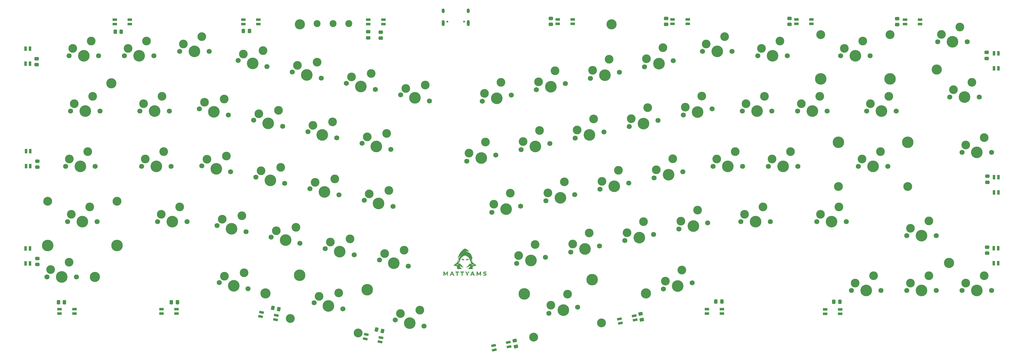
<source format=gts>
%TF.GenerationSoftware,KiCad,Pcbnew,(5.99.0-11496-g396213fa30)*%
%TF.CreationDate,2021-07-23T07:47:41-04:00*%
%TF.ProjectId,arisutea-pcb,61726973-7574-4656-912d-7063622e6b69,0.4*%
%TF.SameCoordinates,Original*%
%TF.FileFunction,Soldermask,Top*%
%TF.FilePolarity,Negative*%
%FSLAX46Y46*%
G04 Gerber Fmt 4.6, Leading zero omitted, Abs format (unit mm)*
G04 Created by KiCad (PCBNEW (5.99.0-11496-g396213fa30)) date 2021-07-23 07:47:41*
%MOMM*%
%LPD*%
G01*
G04 APERTURE LIST*
G04 Aperture macros list*
%AMRoundRect*
0 Rectangle with rounded corners*
0 $1 Rounding radius*
0 $2 $3 $4 $5 $6 $7 $8 $9 X,Y pos of 4 corners*
0 Add a 4 corners polygon primitive as box body*
4,1,4,$2,$3,$4,$5,$6,$7,$8,$9,$2,$3,0*
0 Add four circle primitives for the rounded corners*
1,1,$1+$1,$2,$3*
1,1,$1+$1,$4,$5*
1,1,$1+$1,$6,$7*
1,1,$1+$1,$8,$9*
0 Add four rect primitives between the rounded corners*
20,1,$1+$1,$2,$3,$4,$5,0*
20,1,$1+$1,$4,$5,$6,$7,0*
20,1,$1+$1,$6,$7,$8,$9,0*
20,1,$1+$1,$8,$9,$2,$3,0*%
G04 Aperture macros list end*
%ADD10C,0.010000*%
%ADD11C,2.400000*%
%ADD12C,3.500000*%
%ADD13C,1.750000*%
%ADD14C,4.000000*%
%ADD15C,3.000000*%
%ADD16C,3.987800*%
%ADD17C,3.048000*%
%ADD18RoundRect,0.250000X0.337500X0.475000X-0.337500X0.475000X-0.337500X-0.475000X0.337500X-0.475000X0*%
%ADD19RoundRect,0.250000X0.475000X-0.337500X0.475000X0.337500X-0.475000X0.337500X-0.475000X-0.337500X0*%
%ADD20RoundRect,0.250000X0.428883X0.394450X-0.231367X0.534790X-0.428883X-0.394450X0.231367X-0.534790X0*%
%ADD21RoundRect,0.250000X-0.534790X0.231367X-0.394450X-0.428883X0.534790X-0.231367X0.394450X0.428883X0*%
%ADD22RoundRect,0.250000X-0.428883X-0.394450X0.231367X-0.534790X0.428883X0.394450X-0.231367X0.534790X0*%
%ADD23RoundRect,0.250000X-0.337500X-0.475000X0.337500X-0.475000X0.337500X0.475000X-0.337500X0.475000X0*%
%ADD24RoundRect,0.250000X-0.475000X0.337500X-0.475000X-0.337500X0.475000X-0.337500X0.475000X0.337500X0*%
%ADD25C,0.650000*%
%ADD26O,1.000000X1.600000*%
%ADD27O,1.000000X2.100000*%
%ADD28RoundRect,0.082000X0.328000X0.718000X-0.328000X0.718000X-0.328000X-0.718000X0.328000X-0.718000X0*%
%ADD29RoundRect,0.082000X-0.718000X0.328000X-0.718000X-0.328000X0.718000X-0.328000X0.718000X0.328000X0*%
%ADD30RoundRect,0.082000X-0.770505X0.171552X-0.634115X-0.470113X0.770505X-0.171552X0.634115X0.470113X0*%
%ADD31RoundRect,0.082000X0.718000X-0.328000X0.718000X0.328000X-0.718000X0.328000X-0.718000X-0.328000X0*%
%ADD32RoundRect,0.082000X-0.328000X-0.718000X0.328000X-0.718000X0.328000X0.718000X-0.328000X0.718000X0*%
%ADD33RoundRect,0.082000X-0.634115X0.470113X-0.770505X-0.171552X0.634115X-0.470113X0.770505X0.171552X0*%
G04 APERTURE END LIST*
D10*
X179057243Y-113114070D02*
X179246712Y-113432018D01*
X179246712Y-113432018D02*
X179436182Y-113749966D01*
X179436182Y-113749966D02*
X179475312Y-113686508D01*
X179475312Y-113686508D02*
X179493254Y-113657100D01*
X179493254Y-113657100D02*
X179521757Y-113610005D01*
X179521757Y-113610005D02*
X179558342Y-113549334D01*
X179558342Y-113549334D02*
X179600533Y-113479199D01*
X179600533Y-113479199D02*
X179645852Y-113403711D01*
X179645852Y-113403711D02*
X179666843Y-113368695D01*
X179666843Y-113368695D02*
X179819243Y-113114340D01*
X179819243Y-113114340D02*
X179943068Y-113113848D01*
X179943068Y-113113848D02*
X179995650Y-113114279D01*
X179995650Y-113114279D02*
X180037144Y-113115838D01*
X180037144Y-113115838D02*
X180062105Y-113118251D01*
X180062105Y-113118251D02*
X180066893Y-113120081D01*
X180066893Y-113120081D02*
X180060536Y-113132076D01*
X180060536Y-113132076D02*
X180042415Y-113163391D01*
X180042415Y-113163391D02*
X180013952Y-113211637D01*
X180013952Y-113211637D02*
X179976572Y-113274425D01*
X179976572Y-113274425D02*
X179931696Y-113349366D01*
X179931696Y-113349366D02*
X179880749Y-113434072D01*
X179880749Y-113434072D02*
X179825152Y-113526154D01*
X179825152Y-113526154D02*
X179813171Y-113545954D01*
X179813171Y-113545954D02*
X179559450Y-113965103D01*
X179559450Y-113965103D02*
X179555996Y-114202804D01*
X179555996Y-114202804D02*
X179552543Y-114440506D01*
X179552543Y-114440506D02*
X179437627Y-114444123D01*
X179437627Y-114444123D02*
X179385843Y-114444798D01*
X179385843Y-114444798D02*
X179344035Y-114443558D01*
X179344035Y-114443558D02*
X179318442Y-114440670D01*
X179318442Y-114440670D02*
X179313802Y-114438832D01*
X179313802Y-114438832D02*
X179310930Y-114423829D01*
X179310930Y-114423829D02*
X179308444Y-114387668D01*
X179308444Y-114387668D02*
X179306502Y-114334593D01*
X179306502Y-114334593D02*
X179305267Y-114268845D01*
X179305267Y-114268845D02*
X179304893Y-114203632D01*
X179304893Y-114203632D02*
X179304893Y-113977342D01*
X179304893Y-113977342D02*
X179049575Y-113554874D01*
X179049575Y-113554874D02*
X178992831Y-113460983D01*
X178992831Y-113460983D02*
X178940176Y-113373859D01*
X178940176Y-113373859D02*
X178893064Y-113295908D01*
X178893064Y-113295908D02*
X178852947Y-113229533D01*
X178852947Y-113229533D02*
X178821279Y-113177141D01*
X178821279Y-113177141D02*
X178799514Y-113141134D01*
X178799514Y-113141134D02*
X178789104Y-113123920D01*
X178789104Y-113123920D02*
X178788475Y-113122881D01*
X178788475Y-113122881D02*
X178797874Y-113119069D01*
X178797874Y-113119069D02*
X178827784Y-113116052D01*
X178827784Y-113116052D02*
X178873323Y-113114169D01*
X178873323Y-113114169D02*
X178919968Y-113113713D01*
X178919968Y-113113713D02*
X179057243Y-113114070D01*
X179057243Y-113114070D02*
X179057243Y-113114070D01*
G36*
X179057243Y-113114070D02*
G01*
X179246712Y-113432018D01*
X179436182Y-113749966D01*
X179475312Y-113686508D01*
X179493254Y-113657100D01*
X179521757Y-113610005D01*
X179558342Y-113549334D01*
X179600533Y-113479199D01*
X179645852Y-113403711D01*
X179666843Y-113368695D01*
X179819243Y-113114340D01*
X179943068Y-113113848D01*
X179995650Y-113114279D01*
X180037144Y-113115838D01*
X180062105Y-113118251D01*
X180066893Y-113120081D01*
X180060536Y-113132076D01*
X180042415Y-113163391D01*
X180013952Y-113211637D01*
X179976572Y-113274425D01*
X179931696Y-113349366D01*
X179880749Y-113434072D01*
X179825152Y-113526154D01*
X179813171Y-113545954D01*
X179559450Y-113965103D01*
X179555996Y-114202804D01*
X179552543Y-114440506D01*
X179437627Y-114444123D01*
X179385843Y-114444798D01*
X179344035Y-114443558D01*
X179318442Y-114440670D01*
X179313802Y-114438832D01*
X179310930Y-114423829D01*
X179308444Y-114387668D01*
X179306502Y-114334593D01*
X179305267Y-114268845D01*
X179304893Y-114203632D01*
X179304893Y-113977342D01*
X179049575Y-113554874D01*
X178992831Y-113460983D01*
X178940176Y-113373859D01*
X178893064Y-113295908D01*
X178852947Y-113229533D01*
X178821279Y-113177141D01*
X178799514Y-113141134D01*
X178789104Y-113123920D01*
X178788475Y-113122881D01*
X178797874Y-113119069D01*
X178827784Y-113116052D01*
X178873323Y-113114169D01*
X178919968Y-113113713D01*
X179057243Y-113114070D01*
G37*
X179057243Y-113114070D02*
X179246712Y-113432018D01*
X179436182Y-113749966D01*
X179475312Y-113686508D01*
X179493254Y-113657100D01*
X179521757Y-113610005D01*
X179558342Y-113549334D01*
X179600533Y-113479199D01*
X179645852Y-113403711D01*
X179666843Y-113368695D01*
X179819243Y-113114340D01*
X179943068Y-113113848D01*
X179995650Y-113114279D01*
X180037144Y-113115838D01*
X180062105Y-113118251D01*
X180066893Y-113120081D01*
X180060536Y-113132076D01*
X180042415Y-113163391D01*
X180013952Y-113211637D01*
X179976572Y-113274425D01*
X179931696Y-113349366D01*
X179880749Y-113434072D01*
X179825152Y-113526154D01*
X179813171Y-113545954D01*
X179559450Y-113965103D01*
X179555996Y-114202804D01*
X179552543Y-114440506D01*
X179437627Y-114444123D01*
X179385843Y-114444798D01*
X179344035Y-114443558D01*
X179318442Y-114440670D01*
X179313802Y-114438832D01*
X179310930Y-114423829D01*
X179308444Y-114387668D01*
X179306502Y-114334593D01*
X179305267Y-114268845D01*
X179304893Y-114203632D01*
X179304893Y-113977342D01*
X179049575Y-113554874D01*
X178992831Y-113460983D01*
X178940176Y-113373859D01*
X178893064Y-113295908D01*
X178852947Y-113229533D01*
X178821279Y-113177141D01*
X178799514Y-113141134D01*
X178789104Y-113123920D01*
X178788475Y-113122881D01*
X178797874Y-113119069D01*
X178827784Y-113116052D01*
X178873323Y-113114169D01*
X178919968Y-113113713D01*
X179057243Y-113114070D01*
X178250793Y-113329256D02*
X177819259Y-113329256D01*
X177819259Y-113329256D02*
X177812643Y-114440506D01*
X177812643Y-114440506D02*
X177688818Y-114444140D01*
X177688818Y-114444140D02*
X177564993Y-114447775D01*
X177564993Y-114447775D02*
X177564993Y-113329256D01*
X177564993Y-113329256D02*
X177120493Y-113329256D01*
X177120493Y-113329256D02*
X177120493Y-113113356D01*
X177120493Y-113113356D02*
X178250793Y-113113356D01*
X178250793Y-113113356D02*
X178250793Y-113329256D01*
X178250793Y-113329256D02*
X178250793Y-113329256D01*
G36*
X178250793Y-113329256D02*
G01*
X177819259Y-113329256D01*
X177812643Y-114440506D01*
X177688818Y-114444140D01*
X177564993Y-114447775D01*
X177564993Y-113329256D01*
X177120493Y-113329256D01*
X177120493Y-113113356D01*
X178250793Y-113113356D01*
X178250793Y-113329256D01*
G37*
X178250793Y-113329256D02*
X177819259Y-113329256D01*
X177812643Y-114440506D01*
X177688818Y-114444140D01*
X177564993Y-114447775D01*
X177564993Y-113329256D01*
X177120493Y-113329256D01*
X177120493Y-113113356D01*
X178250793Y-113113356D01*
X178250793Y-113329256D01*
X178853841Y-105225424D02*
X178973838Y-105272685D01*
X178973838Y-105272685D02*
X179000036Y-105286573D01*
X179000036Y-105286573D02*
X179097146Y-105344250D01*
X179097146Y-105344250D02*
X179204784Y-105414543D01*
X179204784Y-105414543D02*
X179315352Y-105492276D01*
X179315352Y-105492276D02*
X179421250Y-105572275D01*
X179421250Y-105572275D02*
X179431893Y-105580678D01*
X179431893Y-105580678D02*
X179485144Y-105624847D01*
X179485144Y-105624847D02*
X179545166Y-105677877D01*
X179545166Y-105677877D02*
X179609522Y-105737282D01*
X179609522Y-105737282D02*
X179675780Y-105800578D01*
X179675780Y-105800578D02*
X179741503Y-105865277D01*
X179741503Y-105865277D02*
X179804259Y-105928895D01*
X179804259Y-105928895D02*
X179861612Y-105988946D01*
X179861612Y-105988946D02*
X179911129Y-106042945D01*
X179911129Y-106042945D02*
X179950375Y-106088405D01*
X179950375Y-106088405D02*
X179976915Y-106122841D01*
X179976915Y-106122841D02*
X179988316Y-106143768D01*
X179988316Y-106143768D02*
X179987746Y-106148236D01*
X179987746Y-106148236D02*
X179973795Y-106146855D01*
X179973795Y-106146855D02*
X179942282Y-106137504D01*
X179942282Y-106137504D02*
X179899080Y-106122010D01*
X179899080Y-106122010D02*
X179881943Y-106115338D01*
X179881943Y-106115338D02*
X179722290Y-106062170D01*
X179722290Y-106062170D02*
X179551261Y-106023682D01*
X179551261Y-106023682D02*
X179376713Y-106001039D01*
X179376713Y-106001039D02*
X179206503Y-105995402D01*
X179206503Y-105995402D02*
X179108062Y-106000820D01*
X179108062Y-106000820D02*
X179054390Y-106007220D01*
X179054390Y-106007220D02*
X178991489Y-106016902D01*
X178991489Y-106016902D02*
X178924559Y-106028801D01*
X178924559Y-106028801D02*
X178858799Y-106041852D01*
X178858799Y-106041852D02*
X178799408Y-106054990D01*
X178799408Y-106054990D02*
X178751585Y-106067148D01*
X178751585Y-106067148D02*
X178720529Y-106077263D01*
X178720529Y-106077263D02*
X178712062Y-106081952D01*
X178712062Y-106081952D02*
X178720574Y-106086129D01*
X178720574Y-106086129D02*
X178747699Y-106091679D01*
X178747699Y-106091679D02*
X178774243Y-106095605D01*
X178774243Y-106095605D02*
X178849424Y-106108046D01*
X178849424Y-106108046D02*
X178941597Y-106127478D01*
X178941597Y-106127478D02*
X179043882Y-106152210D01*
X179043882Y-106152210D02*
X179149401Y-106180550D01*
X179149401Y-106180550D02*
X179251276Y-106210808D01*
X179251276Y-106210808D02*
X179279493Y-106219809D01*
X179279493Y-106219809D02*
X179555092Y-106321939D01*
X179555092Y-106321939D02*
X179815972Y-106444491D01*
X179815972Y-106444491D02*
X180061761Y-106587248D01*
X180061761Y-106587248D02*
X180292087Y-106749994D01*
X180292087Y-106749994D02*
X180505759Y-106931752D01*
X180505759Y-106931752D02*
X180536174Y-106960714D01*
X180536174Y-106960714D02*
X180561315Y-106987108D01*
X180561315Y-106987108D02*
X180583704Y-107014843D01*
X180583704Y-107014843D02*
X180605863Y-107047834D01*
X180605863Y-107047834D02*
X180630315Y-107089993D01*
X180630315Y-107089993D02*
X180659579Y-107145232D01*
X180659579Y-107145232D02*
X180696179Y-107217463D01*
X180696179Y-107217463D02*
X180717803Y-107260744D01*
X180717803Y-107260744D02*
X180824778Y-107486344D01*
X180824778Y-107486344D02*
X180914819Y-107701156D01*
X180914819Y-107701156D02*
X180990079Y-107911151D01*
X180990079Y-107911151D02*
X181052709Y-108122302D01*
X181052709Y-108122302D02*
X181102093Y-108327665D01*
X181102093Y-108327665D02*
X181123112Y-108425124D01*
X181123112Y-108425124D02*
X180866003Y-109149990D01*
X180866003Y-109149990D02*
X180820003Y-109279312D01*
X180820003Y-109279312D02*
X180776378Y-109401248D01*
X180776378Y-109401248D02*
X180735883Y-109513738D01*
X180735883Y-109513738D02*
X180699273Y-109614719D01*
X180699273Y-109614719D02*
X180667300Y-109702129D01*
X180667300Y-109702129D02*
X180640720Y-109773908D01*
X180640720Y-109773908D02*
X180620286Y-109827994D01*
X180620286Y-109827994D02*
X180606753Y-109862324D01*
X180606753Y-109862324D02*
X180600876Y-109874838D01*
X180600876Y-109874838D02*
X180600813Y-109874856D01*
X180600813Y-109874856D02*
X180595899Y-109863136D01*
X180595899Y-109863136D02*
X180589206Y-109831589D01*
X180589206Y-109831589D02*
X180581773Y-109785628D01*
X180581773Y-109785628D02*
X180577207Y-109751939D01*
X180577207Y-109751939D02*
X180543414Y-109552585D01*
X180543414Y-109552585D02*
X180492117Y-109343759D01*
X180492117Y-109343759D02*
X180425524Y-109132008D01*
X180425524Y-109132008D02*
X180345845Y-108923878D01*
X180345845Y-108923878D02*
X180255288Y-108725916D01*
X180255288Y-108725916D02*
X180188944Y-108601019D01*
X180188944Y-108601019D02*
X180058125Y-108393548D01*
X180058125Y-108393548D02*
X179911647Y-108205723D01*
X179911647Y-108205723D02*
X179749922Y-108037888D01*
X179749922Y-108037888D02*
X179573364Y-107890387D01*
X179573364Y-107890387D02*
X179382385Y-107763565D01*
X179382385Y-107763565D02*
X179177400Y-107657763D01*
X179177400Y-107657763D02*
X178958820Y-107573327D01*
X178958820Y-107573327D02*
X178949896Y-107570430D01*
X178949896Y-107570430D02*
X178843965Y-107540960D01*
X178843965Y-107540960D02*
X178746518Y-107525035D01*
X178746518Y-107525035D02*
X178651614Y-107522914D01*
X178651614Y-107522914D02*
X178553312Y-107534857D01*
X178553312Y-107534857D02*
X178445672Y-107561124D01*
X178445672Y-107561124D02*
X178335782Y-107597268D01*
X178335782Y-107597268D02*
X178130834Y-107684099D01*
X178130834Y-107684099D02*
X177936338Y-107793518D01*
X177936338Y-107793518D02*
X177753313Y-107924529D01*
X177753313Y-107924529D02*
X177582777Y-108076139D01*
X177582777Y-108076139D02*
X177425749Y-108247351D01*
X177425749Y-108247351D02*
X177283247Y-108437171D01*
X177283247Y-108437171D02*
X177156290Y-108644603D01*
X177156290Y-108644603D02*
X177054657Y-108848884D01*
X177054657Y-108848884D02*
X176984743Y-109020760D01*
X176984743Y-109020760D02*
X176920496Y-109209296D01*
X176920496Y-109209296D02*
X176864339Y-109405957D01*
X176864339Y-109405957D02*
X176818690Y-109602212D01*
X176818690Y-109602212D02*
X176785973Y-109789526D01*
X176785973Y-109789526D02*
X176784265Y-109801831D01*
X176784265Y-109801831D02*
X176777605Y-109836941D01*
X176777605Y-109836941D02*
X176769877Y-109858692D01*
X176769877Y-109858692D02*
X176766090Y-109862156D01*
X176766090Y-109862156D02*
X176759884Y-109850578D01*
X176759884Y-109850578D02*
X176746205Y-109817485D01*
X176746205Y-109817485D02*
X176725972Y-109765333D01*
X176725972Y-109765333D02*
X176700104Y-109696581D01*
X176700104Y-109696581D02*
X176669519Y-109613685D01*
X176669519Y-109613685D02*
X176635135Y-109519104D01*
X176635135Y-109519104D02*
X176597873Y-109415295D01*
X176597873Y-109415295D02*
X176575028Y-109351050D01*
X176575028Y-109351050D02*
X176393912Y-108839944D01*
X176393912Y-108839944D02*
X176415861Y-108770025D01*
X176415861Y-108770025D02*
X176450265Y-108680786D01*
X176450265Y-108680786D02*
X176500958Y-108578037D01*
X176500958Y-108578037D02*
X176565645Y-108465581D01*
X176565645Y-108465581D02*
X176642032Y-108347223D01*
X176642032Y-108347223D02*
X176727825Y-108226767D01*
X176727825Y-108226767D02*
X176798871Y-108134956D01*
X176798871Y-108134956D02*
X176844664Y-108080743D01*
X176844664Y-108080743D02*
X176905222Y-108013266D01*
X176905222Y-108013266D02*
X176976660Y-107936511D01*
X176976660Y-107936511D02*
X177055097Y-107854459D01*
X177055097Y-107854459D02*
X177136648Y-107771096D01*
X177136648Y-107771096D02*
X177217432Y-107690404D01*
X177217432Y-107690404D02*
X177293566Y-107616367D01*
X177293566Y-107616367D02*
X177361166Y-107552970D01*
X177361166Y-107552970D02*
X177399951Y-107518255D01*
X177399951Y-107518255D02*
X177443639Y-107479391D01*
X177443639Y-107479391D02*
X177478620Y-107446726D01*
X177478620Y-107446726D02*
X177501359Y-107423675D01*
X177501359Y-107423675D02*
X177508321Y-107413652D01*
X177508321Y-107413652D02*
X177508305Y-107413635D01*
X177508305Y-107413635D02*
X177492502Y-107413350D01*
X177492502Y-107413350D02*
X177458623Y-107421327D01*
X177458623Y-107421327D02*
X177411913Y-107435756D01*
X177411913Y-107435756D02*
X177357615Y-107454832D01*
X177357615Y-107454832D02*
X177300974Y-107476744D01*
X177300974Y-107476744D02*
X177247232Y-107499686D01*
X177247232Y-107499686D02*
X177216279Y-107514323D01*
X177216279Y-107514323D02*
X177056290Y-107605642D01*
X177056290Y-107605642D02*
X176895932Y-107719972D01*
X176895932Y-107719972D02*
X176737966Y-107855122D01*
X176737966Y-107855122D02*
X176585149Y-108008895D01*
X176585149Y-108008895D02*
X176560990Y-108035493D01*
X176560990Y-108035493D02*
X176510923Y-108092780D01*
X176510923Y-108092780D02*
X176458172Y-108155648D01*
X176458172Y-108155648D02*
X176406310Y-108219582D01*
X176406310Y-108219582D02*
X176358911Y-108280065D01*
X176358911Y-108280065D02*
X176319549Y-108332584D01*
X176319549Y-108332584D02*
X176291797Y-108372623D01*
X176291797Y-108372623D02*
X176283998Y-108385458D01*
X176283998Y-108385458D02*
X176270399Y-108403814D01*
X176270399Y-108403814D02*
X176263549Y-108399148D01*
X176263549Y-108399148D02*
X176263407Y-108372913D01*
X176263407Y-108372913D02*
X176269933Y-108326562D01*
X176269933Y-108326562D02*
X176283088Y-108261548D01*
X176283088Y-108261548D02*
X176288000Y-108239998D01*
X176288000Y-108239998D02*
X176356918Y-107987063D01*
X176356918Y-107987063D02*
X176447097Y-107726346D01*
X176447097Y-107726346D02*
X176556893Y-107461037D01*
X176556893Y-107461037D02*
X176684660Y-107194326D01*
X176684660Y-107194326D02*
X176828751Y-106929402D01*
X176828751Y-106929402D02*
X176987520Y-106669455D01*
X176987520Y-106669455D02*
X177159322Y-106417674D01*
X177159322Y-106417674D02*
X177342511Y-106177249D01*
X177342511Y-106177249D02*
X177369686Y-106143806D01*
X177369686Y-106143806D02*
X177438944Y-106063178D01*
X177438944Y-106063178D02*
X177521328Y-105973571D01*
X177521328Y-105973571D02*
X177611682Y-105880127D01*
X177611682Y-105880127D02*
X177704852Y-105787989D01*
X177704852Y-105787989D02*
X177795683Y-105702299D01*
X177795683Y-105702299D02*
X177879018Y-105628199D01*
X177879018Y-105628199D02*
X177924142Y-105590748D01*
X177924142Y-105590748D02*
X178023648Y-105514215D01*
X178023648Y-105514215D02*
X178130291Y-105437685D01*
X178130291Y-105437685D02*
X178236552Y-105366316D01*
X178236552Y-105366316D02*
X178334911Y-105305262D01*
X178334911Y-105305262D02*
X178369992Y-105285088D01*
X178369992Y-105285088D02*
X178487879Y-105232857D01*
X178487879Y-105232857D02*
X178609035Y-105205506D01*
X178609035Y-105205506D02*
X178731631Y-105203030D01*
X178731631Y-105203030D02*
X178853841Y-105225424D01*
X178853841Y-105225424D02*
X178853841Y-105225424D01*
G36*
X178853841Y-105225424D02*
G01*
X178973838Y-105272685D01*
X179000036Y-105286573D01*
X179097146Y-105344250D01*
X179204784Y-105414543D01*
X179315352Y-105492276D01*
X179421250Y-105572275D01*
X179431893Y-105580678D01*
X179485144Y-105624847D01*
X179545166Y-105677877D01*
X179609522Y-105737282D01*
X179675780Y-105800578D01*
X179741503Y-105865277D01*
X179804259Y-105928895D01*
X179861612Y-105988946D01*
X179911129Y-106042945D01*
X179950375Y-106088405D01*
X179976915Y-106122841D01*
X179988316Y-106143768D01*
X179987746Y-106148236D01*
X179973795Y-106146855D01*
X179942282Y-106137504D01*
X179899080Y-106122010D01*
X179881943Y-106115338D01*
X179722290Y-106062170D01*
X179551261Y-106023682D01*
X179376713Y-106001039D01*
X179206503Y-105995402D01*
X179108062Y-106000820D01*
X179054390Y-106007220D01*
X178991489Y-106016902D01*
X178924559Y-106028801D01*
X178858799Y-106041852D01*
X178799408Y-106054990D01*
X178751585Y-106067148D01*
X178720529Y-106077263D01*
X178712062Y-106081952D01*
X178720574Y-106086129D01*
X178747699Y-106091679D01*
X178774243Y-106095605D01*
X178849424Y-106108046D01*
X178941597Y-106127478D01*
X179043882Y-106152210D01*
X179149401Y-106180550D01*
X179251276Y-106210808D01*
X179279493Y-106219809D01*
X179555092Y-106321939D01*
X179815972Y-106444491D01*
X180061761Y-106587248D01*
X180292087Y-106749994D01*
X180505759Y-106931752D01*
X180536174Y-106960714D01*
X180561315Y-106987108D01*
X180583704Y-107014843D01*
X180605863Y-107047834D01*
X180630315Y-107089993D01*
X180659579Y-107145232D01*
X180696179Y-107217463D01*
X180717803Y-107260744D01*
X180824778Y-107486344D01*
X180914819Y-107701156D01*
X180990079Y-107911151D01*
X181052709Y-108122302D01*
X181102093Y-108327665D01*
X181123112Y-108425124D01*
X180866003Y-109149990D01*
X180820003Y-109279312D01*
X180776378Y-109401248D01*
X180735883Y-109513738D01*
X180699273Y-109614719D01*
X180667300Y-109702129D01*
X180640720Y-109773908D01*
X180620286Y-109827994D01*
X180606753Y-109862324D01*
X180600876Y-109874838D01*
X180600813Y-109874856D01*
X180595899Y-109863136D01*
X180589206Y-109831589D01*
X180581773Y-109785628D01*
X180577207Y-109751939D01*
X180543414Y-109552585D01*
X180492117Y-109343759D01*
X180425524Y-109132008D01*
X180345845Y-108923878D01*
X180255288Y-108725916D01*
X180188944Y-108601019D01*
X180058125Y-108393548D01*
X179911647Y-108205723D01*
X179749922Y-108037888D01*
X179573364Y-107890387D01*
X179382385Y-107763565D01*
X179177400Y-107657763D01*
X178958820Y-107573327D01*
X178949896Y-107570430D01*
X178843965Y-107540960D01*
X178746518Y-107525035D01*
X178651614Y-107522914D01*
X178553312Y-107534857D01*
X178445672Y-107561124D01*
X178335782Y-107597268D01*
X178130834Y-107684099D01*
X177936338Y-107793518D01*
X177753313Y-107924529D01*
X177582777Y-108076139D01*
X177425749Y-108247351D01*
X177283247Y-108437171D01*
X177156290Y-108644603D01*
X177054657Y-108848884D01*
X176984743Y-109020760D01*
X176920496Y-109209296D01*
X176864339Y-109405957D01*
X176818690Y-109602212D01*
X176785973Y-109789526D01*
X176784265Y-109801831D01*
X176777605Y-109836941D01*
X176769877Y-109858692D01*
X176766090Y-109862156D01*
X176759884Y-109850578D01*
X176746205Y-109817485D01*
X176725972Y-109765333D01*
X176700104Y-109696581D01*
X176669519Y-109613685D01*
X176635135Y-109519104D01*
X176597873Y-109415295D01*
X176575028Y-109351050D01*
X176393912Y-108839944D01*
X176415861Y-108770025D01*
X176450265Y-108680786D01*
X176500958Y-108578037D01*
X176565645Y-108465581D01*
X176642032Y-108347223D01*
X176727825Y-108226767D01*
X176798871Y-108134956D01*
X176844664Y-108080743D01*
X176905222Y-108013266D01*
X176976660Y-107936511D01*
X177055097Y-107854459D01*
X177136648Y-107771096D01*
X177217432Y-107690404D01*
X177293566Y-107616367D01*
X177361166Y-107552970D01*
X177399951Y-107518255D01*
X177443639Y-107479391D01*
X177478620Y-107446726D01*
X177501359Y-107423675D01*
X177508321Y-107413652D01*
X177508305Y-107413635D01*
X177492502Y-107413350D01*
X177458623Y-107421327D01*
X177411913Y-107435756D01*
X177357615Y-107454832D01*
X177300974Y-107476744D01*
X177247232Y-107499686D01*
X177216279Y-107514323D01*
X177056290Y-107605642D01*
X176895932Y-107719972D01*
X176737966Y-107855122D01*
X176585149Y-108008895D01*
X176560990Y-108035493D01*
X176510923Y-108092780D01*
X176458172Y-108155648D01*
X176406310Y-108219582D01*
X176358911Y-108280065D01*
X176319549Y-108332584D01*
X176291797Y-108372623D01*
X176283998Y-108385458D01*
X176270399Y-108403814D01*
X176263549Y-108399148D01*
X176263407Y-108372913D01*
X176269933Y-108326562D01*
X176283088Y-108261548D01*
X176288000Y-108239998D01*
X176356918Y-107987063D01*
X176447097Y-107726346D01*
X176556893Y-107461037D01*
X176684660Y-107194326D01*
X176828751Y-106929402D01*
X176987520Y-106669455D01*
X177159322Y-106417674D01*
X177342511Y-106177249D01*
X177369686Y-106143806D01*
X177438944Y-106063178D01*
X177521328Y-105973571D01*
X177611682Y-105880127D01*
X177704852Y-105787989D01*
X177795683Y-105702299D01*
X177879018Y-105628199D01*
X177924142Y-105590748D01*
X178023648Y-105514215D01*
X178130291Y-105437685D01*
X178236552Y-105366316D01*
X178334911Y-105305262D01*
X178369992Y-105285088D01*
X178487879Y-105232857D01*
X178609035Y-105205506D01*
X178731631Y-105203030D01*
X178853841Y-105225424D01*
G37*
X178853841Y-105225424D02*
X178973838Y-105272685D01*
X179000036Y-105286573D01*
X179097146Y-105344250D01*
X179204784Y-105414543D01*
X179315352Y-105492276D01*
X179421250Y-105572275D01*
X179431893Y-105580678D01*
X179485144Y-105624847D01*
X179545166Y-105677877D01*
X179609522Y-105737282D01*
X179675780Y-105800578D01*
X179741503Y-105865277D01*
X179804259Y-105928895D01*
X179861612Y-105988946D01*
X179911129Y-106042945D01*
X179950375Y-106088405D01*
X179976915Y-106122841D01*
X179988316Y-106143768D01*
X179987746Y-106148236D01*
X179973795Y-106146855D01*
X179942282Y-106137504D01*
X179899080Y-106122010D01*
X179881943Y-106115338D01*
X179722290Y-106062170D01*
X179551261Y-106023682D01*
X179376713Y-106001039D01*
X179206503Y-105995402D01*
X179108062Y-106000820D01*
X179054390Y-106007220D01*
X178991489Y-106016902D01*
X178924559Y-106028801D01*
X178858799Y-106041852D01*
X178799408Y-106054990D01*
X178751585Y-106067148D01*
X178720529Y-106077263D01*
X178712062Y-106081952D01*
X178720574Y-106086129D01*
X178747699Y-106091679D01*
X178774243Y-106095605D01*
X178849424Y-106108046D01*
X178941597Y-106127478D01*
X179043882Y-106152210D01*
X179149401Y-106180550D01*
X179251276Y-106210808D01*
X179279493Y-106219809D01*
X179555092Y-106321939D01*
X179815972Y-106444491D01*
X180061761Y-106587248D01*
X180292087Y-106749994D01*
X180505759Y-106931752D01*
X180536174Y-106960714D01*
X180561315Y-106987108D01*
X180583704Y-107014843D01*
X180605863Y-107047834D01*
X180630315Y-107089993D01*
X180659579Y-107145232D01*
X180696179Y-107217463D01*
X180717803Y-107260744D01*
X180824778Y-107486344D01*
X180914819Y-107701156D01*
X180990079Y-107911151D01*
X181052709Y-108122302D01*
X181102093Y-108327665D01*
X181123112Y-108425124D01*
X180866003Y-109149990D01*
X180820003Y-109279312D01*
X180776378Y-109401248D01*
X180735883Y-109513738D01*
X180699273Y-109614719D01*
X180667300Y-109702129D01*
X180640720Y-109773908D01*
X180620286Y-109827994D01*
X180606753Y-109862324D01*
X180600876Y-109874838D01*
X180600813Y-109874856D01*
X180595899Y-109863136D01*
X180589206Y-109831589D01*
X180581773Y-109785628D01*
X180577207Y-109751939D01*
X180543414Y-109552585D01*
X180492117Y-109343759D01*
X180425524Y-109132008D01*
X180345845Y-108923878D01*
X180255288Y-108725916D01*
X180188944Y-108601019D01*
X180058125Y-108393548D01*
X179911647Y-108205723D01*
X179749922Y-108037888D01*
X179573364Y-107890387D01*
X179382385Y-107763565D01*
X179177400Y-107657763D01*
X178958820Y-107573327D01*
X178949896Y-107570430D01*
X178843965Y-107540960D01*
X178746518Y-107525035D01*
X178651614Y-107522914D01*
X178553312Y-107534857D01*
X178445672Y-107561124D01*
X178335782Y-107597268D01*
X178130834Y-107684099D01*
X177936338Y-107793518D01*
X177753313Y-107924529D01*
X177582777Y-108076139D01*
X177425749Y-108247351D01*
X177283247Y-108437171D01*
X177156290Y-108644603D01*
X177054657Y-108848884D01*
X176984743Y-109020760D01*
X176920496Y-109209296D01*
X176864339Y-109405957D01*
X176818690Y-109602212D01*
X176785973Y-109789526D01*
X176784265Y-109801831D01*
X176777605Y-109836941D01*
X176769877Y-109858692D01*
X176766090Y-109862156D01*
X176759884Y-109850578D01*
X176746205Y-109817485D01*
X176725972Y-109765333D01*
X176700104Y-109696581D01*
X176669519Y-109613685D01*
X176635135Y-109519104D01*
X176597873Y-109415295D01*
X176575028Y-109351050D01*
X176393912Y-108839944D01*
X176415861Y-108770025D01*
X176450265Y-108680786D01*
X176500958Y-108578037D01*
X176565645Y-108465581D01*
X176642032Y-108347223D01*
X176727825Y-108226767D01*
X176798871Y-108134956D01*
X176844664Y-108080743D01*
X176905222Y-108013266D01*
X176976660Y-107936511D01*
X177055097Y-107854459D01*
X177136648Y-107771096D01*
X177217432Y-107690404D01*
X177293566Y-107616367D01*
X177361166Y-107552970D01*
X177399951Y-107518255D01*
X177443639Y-107479391D01*
X177478620Y-107446726D01*
X177501359Y-107423675D01*
X177508321Y-107413652D01*
X177508305Y-107413635D01*
X177492502Y-107413350D01*
X177458623Y-107421327D01*
X177411913Y-107435756D01*
X177357615Y-107454832D01*
X177300974Y-107476744D01*
X177247232Y-107499686D01*
X177216279Y-107514323D01*
X177056290Y-107605642D01*
X176895932Y-107719972D01*
X176737966Y-107855122D01*
X176585149Y-108008895D01*
X176560990Y-108035493D01*
X176510923Y-108092780D01*
X176458172Y-108155648D01*
X176406310Y-108219582D01*
X176358911Y-108280065D01*
X176319549Y-108332584D01*
X176291797Y-108372623D01*
X176283998Y-108385458D01*
X176270399Y-108403814D01*
X176263549Y-108399148D01*
X176263407Y-108372913D01*
X176269933Y-108326562D01*
X176283088Y-108261548D01*
X176288000Y-108239998D01*
X176356918Y-107987063D01*
X176447097Y-107726346D01*
X176556893Y-107461037D01*
X176684660Y-107194326D01*
X176828751Y-106929402D01*
X176987520Y-106669455D01*
X177159322Y-106417674D01*
X177342511Y-106177249D01*
X177369686Y-106143806D01*
X177438944Y-106063178D01*
X177521328Y-105973571D01*
X177611682Y-105880127D01*
X177704852Y-105787989D01*
X177795683Y-105702299D01*
X177879018Y-105628199D01*
X177924142Y-105590748D01*
X178023648Y-105514215D01*
X178130291Y-105437685D01*
X178236552Y-105366316D01*
X178334911Y-105305262D01*
X178369992Y-105285088D01*
X178487879Y-105232857D01*
X178609035Y-105205506D01*
X178731631Y-105203030D01*
X178853841Y-105225424D01*
X181673107Y-113773756D02*
X181727561Y-113894677D01*
X181727561Y-113894677D02*
X181778577Y-114008685D01*
X181778577Y-114008685D02*
X181825239Y-114113681D01*
X181825239Y-114113681D02*
X181866630Y-114207567D01*
X181866630Y-114207567D02*
X181901833Y-114288247D01*
X181901833Y-114288247D02*
X181929933Y-114353623D01*
X181929933Y-114353623D02*
X181950011Y-114401596D01*
X181950011Y-114401596D02*
X181961152Y-114430070D01*
X181961152Y-114430070D02*
X181963119Y-114437331D01*
X181963119Y-114437331D02*
X181948878Y-114441459D01*
X181948878Y-114441459D02*
X181915119Y-114444685D01*
X181915119Y-114444685D02*
X181867723Y-114446561D01*
X181867723Y-114446561D02*
X181838086Y-114446856D01*
X181838086Y-114446856D02*
X181789525Y-114447018D01*
X181789525Y-114447018D02*
X181753980Y-114445316D01*
X181753980Y-114445316D02*
X181727785Y-114438469D01*
X181727785Y-114438469D02*
X181707271Y-114423194D01*
X181707271Y-114423194D02*
X181688771Y-114396208D01*
X181688771Y-114396208D02*
X181668617Y-114354231D01*
X181668617Y-114354231D02*
X181643142Y-114293979D01*
X181643142Y-114293979D02*
X181628755Y-114259531D01*
X181628755Y-114259531D02*
X181574139Y-114129356D01*
X181574139Y-114129356D02*
X180920174Y-114129356D01*
X180920174Y-114129356D02*
X180860231Y-114272231D01*
X180860231Y-114272231D02*
X180835965Y-114328944D01*
X180835965Y-114328944D02*
X180814191Y-114377775D01*
X180814191Y-114377775D02*
X180797290Y-114413519D01*
X180797290Y-114413519D02*
X180787641Y-114430973D01*
X180787641Y-114430973D02*
X180787635Y-114430981D01*
X180787635Y-114430981D02*
X180767124Y-114439920D01*
X180767124Y-114439920D02*
X180722459Y-114445190D01*
X180722459Y-114445190D02*
X180655887Y-114446856D01*
X180655887Y-114446856D02*
X180595639Y-114445795D01*
X180595639Y-114445795D02*
X180557835Y-114442356D01*
X180557835Y-114442356D02*
X180539597Y-114436155D01*
X180539597Y-114436155D02*
X180536849Y-114430981D01*
X180536849Y-114430981D02*
X180541937Y-114416744D01*
X180541937Y-114416744D02*
X180556555Y-114381505D01*
X180556555Y-114381505D02*
X180579764Y-114327401D01*
X180579764Y-114327401D02*
X180610623Y-114256571D01*
X180610623Y-114256571D02*
X180648193Y-114171154D01*
X180648193Y-114171154D02*
X180691534Y-114073289D01*
X180691534Y-114073289D02*
X180739708Y-113965114D01*
X180739708Y-113965114D02*
X180757142Y-113926156D01*
X180757142Y-113926156D02*
X181007656Y-113926156D01*
X181007656Y-113926156D02*
X181486768Y-113926156D01*
X181486768Y-113926156D02*
X181370555Y-113653366D01*
X181370555Y-113653366D02*
X181337425Y-113576239D01*
X181337425Y-113576239D02*
X181307392Y-113507545D01*
X181307392Y-113507545D02*
X181281922Y-113450535D01*
X181281922Y-113450535D02*
X181262479Y-113408459D01*
X181262479Y-113408459D02*
X181250529Y-113384570D01*
X181250529Y-113384570D02*
X181247547Y-113380316D01*
X181247547Y-113380316D02*
X181240443Y-113391254D01*
X181240443Y-113391254D02*
X181225508Y-113421508D01*
X181225508Y-113421508D02*
X181204672Y-113466943D01*
X181204672Y-113466943D02*
X181179864Y-113523422D01*
X181179864Y-113523422D02*
X181169195Y-113548331D01*
X181169195Y-113548331D02*
X181138592Y-113620222D01*
X181138592Y-113620222D02*
X181106869Y-113694610D01*
X181106869Y-113694610D02*
X181077600Y-113763124D01*
X181077600Y-113763124D02*
X181054357Y-113817398D01*
X181054357Y-113817398D02*
X181052647Y-113821381D01*
X181052647Y-113821381D02*
X181007656Y-113926156D01*
X181007656Y-113926156D02*
X180757142Y-113926156D01*
X180757142Y-113926156D02*
X180791775Y-113848769D01*
X180791775Y-113848769D02*
X180828327Y-113767406D01*
X180828327Y-113767406D02*
X181119750Y-113119706D01*
X181119750Y-113119706D02*
X181377670Y-113119706D01*
X181377670Y-113119706D02*
X181673107Y-113773756D01*
X181673107Y-113773756D02*
X181673107Y-113773756D01*
G36*
X180828327Y-113767406D02*
G01*
X181119750Y-113119706D01*
X181377670Y-113119706D01*
X181673107Y-113773756D01*
X181727561Y-113894677D01*
X181778577Y-114008685D01*
X181825239Y-114113681D01*
X181866630Y-114207567D01*
X181901833Y-114288247D01*
X181929933Y-114353623D01*
X181950011Y-114401596D01*
X181961152Y-114430070D01*
X181963119Y-114437331D01*
X181948878Y-114441459D01*
X181915119Y-114444685D01*
X181867723Y-114446561D01*
X181838086Y-114446856D01*
X181789525Y-114447018D01*
X181753980Y-114445316D01*
X181727785Y-114438469D01*
X181707271Y-114423194D01*
X181688771Y-114396208D01*
X181668617Y-114354231D01*
X181643142Y-114293979D01*
X181628755Y-114259531D01*
X181574139Y-114129356D01*
X180920174Y-114129356D01*
X180860231Y-114272231D01*
X180835965Y-114328944D01*
X180814191Y-114377775D01*
X180797290Y-114413519D01*
X180787641Y-114430973D01*
X180787635Y-114430981D01*
X180767124Y-114439920D01*
X180722459Y-114445190D01*
X180655887Y-114446856D01*
X180595639Y-114445795D01*
X180557835Y-114442356D01*
X180539597Y-114436155D01*
X180536849Y-114430981D01*
X180541937Y-114416744D01*
X180556555Y-114381505D01*
X180579764Y-114327401D01*
X180610623Y-114256571D01*
X180648193Y-114171154D01*
X180691534Y-114073289D01*
X180739708Y-113965114D01*
X180757142Y-113926156D01*
X181007656Y-113926156D01*
X181486768Y-113926156D01*
X181370555Y-113653366D01*
X181337425Y-113576239D01*
X181307392Y-113507545D01*
X181281922Y-113450535D01*
X181262479Y-113408459D01*
X181250529Y-113384570D01*
X181247547Y-113380316D01*
X181240443Y-113391254D01*
X181225508Y-113421508D01*
X181204672Y-113466943D01*
X181179864Y-113523422D01*
X181169195Y-113548331D01*
X181138592Y-113620222D01*
X181106869Y-113694610D01*
X181077600Y-113763124D01*
X181054357Y-113817398D01*
X181052647Y-113821381D01*
X181007656Y-113926156D01*
X180757142Y-113926156D01*
X180791775Y-113848769D01*
X180828327Y-113767406D01*
G37*
X180828327Y-113767406D02*
X181119750Y-113119706D01*
X181377670Y-113119706D01*
X181673107Y-113773756D01*
X181727561Y-113894677D01*
X181778577Y-114008685D01*
X181825239Y-114113681D01*
X181866630Y-114207567D01*
X181901833Y-114288247D01*
X181929933Y-114353623D01*
X181950011Y-114401596D01*
X181961152Y-114430070D01*
X181963119Y-114437331D01*
X181948878Y-114441459D01*
X181915119Y-114444685D01*
X181867723Y-114446561D01*
X181838086Y-114446856D01*
X181789525Y-114447018D01*
X181753980Y-114445316D01*
X181727785Y-114438469D01*
X181707271Y-114423194D01*
X181688771Y-114396208D01*
X181668617Y-114354231D01*
X181643142Y-114293979D01*
X181628755Y-114259531D01*
X181574139Y-114129356D01*
X180920174Y-114129356D01*
X180860231Y-114272231D01*
X180835965Y-114328944D01*
X180814191Y-114377775D01*
X180797290Y-114413519D01*
X180787641Y-114430973D01*
X180787635Y-114430981D01*
X180767124Y-114439920D01*
X180722459Y-114445190D01*
X180655887Y-114446856D01*
X180595639Y-114445795D01*
X180557835Y-114442356D01*
X180539597Y-114436155D01*
X180536849Y-114430981D01*
X180541937Y-114416744D01*
X180556555Y-114381505D01*
X180579764Y-114327401D01*
X180610623Y-114256571D01*
X180648193Y-114171154D01*
X180691534Y-114073289D01*
X180739708Y-113965114D01*
X180757142Y-113926156D01*
X181007656Y-113926156D01*
X181486768Y-113926156D01*
X181370555Y-113653366D01*
X181337425Y-113576239D01*
X181307392Y-113507545D01*
X181281922Y-113450535D01*
X181262479Y-113408459D01*
X181250529Y-113384570D01*
X181247547Y-113380316D01*
X181240443Y-113391254D01*
X181225508Y-113421508D01*
X181204672Y-113466943D01*
X181179864Y-113523422D01*
X181169195Y-113548331D01*
X181138592Y-113620222D01*
X181106869Y-113694610D01*
X181077600Y-113763124D01*
X181054357Y-113817398D01*
X181052647Y-113821381D01*
X181007656Y-113926156D01*
X180757142Y-113926156D01*
X180791775Y-113848769D01*
X180828327Y-113767406D01*
X177564836Y-108702418D02*
X177608136Y-108708229D01*
X177608136Y-108708229D02*
X177662001Y-108718490D01*
X177662001Y-108718490D02*
X177698343Y-108726783D01*
X177698343Y-108726783D02*
X177787401Y-108747068D01*
X177787401Y-108747068D02*
X177877224Y-108765054D01*
X177877224Y-108765054D02*
X177961916Y-108779743D01*
X177961916Y-108779743D02*
X178035578Y-108790137D01*
X178035578Y-108790137D02*
X178092313Y-108795237D01*
X178092313Y-108795237D02*
X178104743Y-108795583D01*
X178104743Y-108795583D02*
X178150242Y-108801574D01*
X178150242Y-108801574D02*
X178197835Y-108815946D01*
X178197835Y-108815946D02*
X178206343Y-108819635D01*
X178206343Y-108819635D02*
X178248003Y-108844199D01*
X178248003Y-108844199D02*
X178289049Y-108876766D01*
X178289049Y-108876766D02*
X178323800Y-108911787D01*
X178323800Y-108911787D02*
X178346580Y-108943713D01*
X178346580Y-108943713D02*
X178352393Y-108962351D01*
X178352393Y-108962351D02*
X178359188Y-108990795D01*
X178359188Y-108990795D02*
X178372984Y-109018176D01*
X178372984Y-109018176D02*
X178385473Y-109040120D01*
X178385473Y-109040120D02*
X178381382Y-109051962D01*
X178381382Y-109051962D02*
X178357082Y-109062321D01*
X178357082Y-109062321D02*
X178353934Y-109063421D01*
X178353934Y-109063421D02*
X178326837Y-109077337D01*
X178326837Y-109077337D02*
X178314382Y-109092551D01*
X178314382Y-109092551D02*
X178314293Y-109093689D01*
X178314293Y-109093689D02*
X178309485Y-109107466D01*
X178309485Y-109107466D02*
X178292857Y-109117627D01*
X178292857Y-109117627D02*
X178261102Y-109124896D01*
X178261102Y-109124896D02*
X178210913Y-109129995D01*
X178210913Y-109129995D02*
X178138982Y-109133649D01*
X178138982Y-109133649D02*
X178130143Y-109133974D01*
X178130143Y-109133974D02*
X178060358Y-109135462D01*
X178060358Y-109135462D02*
X178008698Y-109133679D01*
X178008698Y-109133679D02*
X177968023Y-109127987D01*
X177968023Y-109127987D02*
X177931193Y-109117749D01*
X177931193Y-109117749D02*
X177925268Y-109115678D01*
X177925268Y-109115678D02*
X177824717Y-109069849D01*
X177824717Y-109069849D02*
X177728499Y-109004932D01*
X177728499Y-109004932D02*
X177632667Y-108918183D01*
X177632667Y-108918183D02*
X177615916Y-108900842D01*
X177615916Y-108900842D02*
X177568924Y-108849605D01*
X177568924Y-108849605D02*
X177537959Y-108811056D01*
X177537959Y-108811056D02*
X177520074Y-108780995D01*
X177520074Y-108780995D02*
X177512325Y-108755220D01*
X177512325Y-108755220D02*
X177511979Y-108752589D01*
X177511979Y-108752589D02*
X177510815Y-108722216D01*
X177510815Y-108722216D02*
X177520060Y-108707951D01*
X177520060Y-108707951D02*
X177539081Y-108702137D01*
X177539081Y-108702137D02*
X177564836Y-108702418D01*
X177564836Y-108702418D02*
X177564836Y-108702418D01*
G36*
X177564836Y-108702418D02*
G01*
X177608136Y-108708229D01*
X177662001Y-108718490D01*
X177698343Y-108726783D01*
X177787401Y-108747068D01*
X177877224Y-108765054D01*
X177961916Y-108779743D01*
X178035578Y-108790137D01*
X178092313Y-108795237D01*
X178104743Y-108795583D01*
X178150242Y-108801574D01*
X178197835Y-108815946D01*
X178206343Y-108819635D01*
X178248003Y-108844199D01*
X178289049Y-108876766D01*
X178323800Y-108911787D01*
X178346580Y-108943713D01*
X178352393Y-108962351D01*
X178359188Y-108990795D01*
X178372984Y-109018176D01*
X178385473Y-109040120D01*
X178381382Y-109051962D01*
X178357082Y-109062321D01*
X178353934Y-109063421D01*
X178326837Y-109077337D01*
X178314382Y-109092551D01*
X178314293Y-109093689D01*
X178309485Y-109107466D01*
X178292857Y-109117627D01*
X178261102Y-109124896D01*
X178210913Y-109129995D01*
X178138982Y-109133649D01*
X178130143Y-109133974D01*
X178060358Y-109135462D01*
X178008698Y-109133679D01*
X177968023Y-109127987D01*
X177931193Y-109117749D01*
X177925268Y-109115678D01*
X177824717Y-109069849D01*
X177728499Y-109004932D01*
X177632667Y-108918183D01*
X177615916Y-108900842D01*
X177568924Y-108849605D01*
X177537959Y-108811056D01*
X177520074Y-108780995D01*
X177512325Y-108755220D01*
X177511979Y-108752589D01*
X177510815Y-108722216D01*
X177520060Y-108707951D01*
X177539081Y-108702137D01*
X177564836Y-108702418D01*
G37*
X177564836Y-108702418D02*
X177608136Y-108708229D01*
X177662001Y-108718490D01*
X177698343Y-108726783D01*
X177787401Y-108747068D01*
X177877224Y-108765054D01*
X177961916Y-108779743D01*
X178035578Y-108790137D01*
X178092313Y-108795237D01*
X178104743Y-108795583D01*
X178150242Y-108801574D01*
X178197835Y-108815946D01*
X178206343Y-108819635D01*
X178248003Y-108844199D01*
X178289049Y-108876766D01*
X178323800Y-108911787D01*
X178346580Y-108943713D01*
X178352393Y-108962351D01*
X178359188Y-108990795D01*
X178372984Y-109018176D01*
X178385473Y-109040120D01*
X178381382Y-109051962D01*
X178357082Y-109062321D01*
X178353934Y-109063421D01*
X178326837Y-109077337D01*
X178314382Y-109092551D01*
X178314293Y-109093689D01*
X178309485Y-109107466D01*
X178292857Y-109117627D01*
X178261102Y-109124896D01*
X178210913Y-109129995D01*
X178138982Y-109133649D01*
X178130143Y-109133974D01*
X178060358Y-109135462D01*
X178008698Y-109133679D01*
X177968023Y-109127987D01*
X177931193Y-109117749D01*
X177925268Y-109115678D01*
X177824717Y-109069849D01*
X177728499Y-109004932D01*
X177632667Y-108918183D01*
X177615916Y-108900842D01*
X177568924Y-108849605D01*
X177537959Y-108811056D01*
X177520074Y-108780995D01*
X177512325Y-108755220D01*
X177511979Y-108752589D01*
X177510815Y-108722216D01*
X177520060Y-108707951D01*
X177539081Y-108702137D01*
X177564836Y-108702418D01*
X185605233Y-113092539D02*
X185689112Y-113105019D01*
X185689112Y-113105019D02*
X185773099Y-113123737D01*
X185773099Y-113123737D02*
X185849918Y-113146933D01*
X185849918Y-113146933D02*
X185912297Y-113172850D01*
X185912297Y-113172850D02*
X185936066Y-113186458D01*
X185936066Y-113186458D02*
X185969589Y-113208606D01*
X185969589Y-113208606D02*
X185931796Y-113303856D01*
X185931796Y-113303856D02*
X185913890Y-113348452D01*
X185913890Y-113348452D02*
X185899739Y-113382709D01*
X185899739Y-113382709D02*
X185891758Y-113400807D01*
X185891758Y-113400807D02*
X185890949Y-113402196D01*
X185890949Y-113402196D02*
X185878891Y-113398829D01*
X185878891Y-113398829D02*
X185850797Y-113386933D01*
X185850797Y-113386933D02*
X185821723Y-113373364D01*
X185821723Y-113373364D02*
X185733983Y-113339443D01*
X185733983Y-113339443D02*
X185637436Y-113316254D01*
X185637436Y-113316254D02*
X185539835Y-113304792D01*
X185539835Y-113304792D02*
X185448935Y-113306051D01*
X185448935Y-113306051D02*
X185384670Y-113317319D01*
X185384670Y-113317319D02*
X185333980Y-113339703D01*
X185333980Y-113339703D02*
X185288700Y-113374248D01*
X185288700Y-113374248D02*
X185255925Y-113414557D01*
X185255925Y-113414557D02*
X185243909Y-113444250D01*
X185243909Y-113444250D02*
X185244885Y-113499604D01*
X185244885Y-113499604D02*
X185268479Y-113549558D01*
X185268479Y-113549558D02*
X185311907Y-113588838D01*
X185311907Y-113588838D02*
X185323688Y-113595443D01*
X185323688Y-113595443D02*
X185355917Y-113608858D01*
X185355917Y-113608858D02*
X185406093Y-113626202D01*
X185406093Y-113626202D02*
X185467507Y-113645290D01*
X185467507Y-113645290D02*
X185533451Y-113663940D01*
X185533451Y-113663940D02*
X185537373Y-113664989D01*
X185537373Y-113664989D02*
X185641232Y-113693745D01*
X185641232Y-113693745D02*
X185723865Y-113719275D01*
X185723865Y-113719275D02*
X185789021Y-113742985D01*
X185789021Y-113742985D02*
X185840446Y-113766281D01*
X185840446Y-113766281D02*
X185881890Y-113790568D01*
X185881890Y-113790568D02*
X185893188Y-113798439D01*
X185893188Y-113798439D02*
X185957777Y-113858810D01*
X185957777Y-113858810D02*
X186000083Y-113930738D01*
X186000083Y-113930738D02*
X186020726Y-114015474D01*
X186020726Y-114015474D02*
X186023122Y-114060375D01*
X186023122Y-114060375D02*
X186011747Y-114152941D01*
X186011747Y-114152941D02*
X185978518Y-114235141D01*
X185978518Y-114235141D02*
X185925181Y-114306005D01*
X185925181Y-114306005D02*
X185853480Y-114364561D01*
X185853480Y-114364561D02*
X185765162Y-114409839D01*
X185765162Y-114409839D02*
X185661971Y-114440868D01*
X185661971Y-114440868D02*
X185545652Y-114456676D01*
X185545652Y-114456676D02*
X185417952Y-114456293D01*
X185417952Y-114456293D02*
X185328693Y-114446759D01*
X185328693Y-114446759D02*
X185259916Y-114433321D01*
X185259916Y-114433321D02*
X185189650Y-114413746D01*
X185189650Y-114413746D02*
X185122271Y-114389939D01*
X185122271Y-114389939D02*
X185062152Y-114363804D01*
X185062152Y-114363804D02*
X185013667Y-114337248D01*
X185013667Y-114337248D02*
X184981191Y-114312174D01*
X184981191Y-114312174D02*
X184969096Y-114290488D01*
X184969096Y-114290488D02*
X184969093Y-114290142D01*
X184969093Y-114290142D02*
X184974085Y-114270406D01*
X184974085Y-114270406D02*
X184987208Y-114235174D01*
X184987208Y-114235174D02*
X185005678Y-114191887D01*
X185005678Y-114191887D02*
X185006681Y-114189668D01*
X185006681Y-114189668D02*
X185044270Y-114106768D01*
X185044270Y-114106768D02*
X185151258Y-114160463D01*
X185151258Y-114160463D02*
X185253246Y-114204862D01*
X185253246Y-114204862D02*
X185350402Y-114231459D01*
X185350402Y-114231459D02*
X185453134Y-114242770D01*
X185453134Y-114242770D02*
X185495086Y-114243585D01*
X185495086Y-114243585D02*
X185579183Y-114239230D01*
X185579183Y-114239230D02*
X185644287Y-114225293D01*
X185644287Y-114225293D02*
X185695494Y-114200243D01*
X185695494Y-114200243D02*
X185727322Y-114173766D01*
X185727322Y-114173766D02*
X185755699Y-114139691D01*
X185755699Y-114139691D02*
X185767632Y-114106245D01*
X185767632Y-114106245D02*
X185769193Y-114081538D01*
X185769193Y-114081538D02*
X185764350Y-114040792D01*
X185764350Y-114040792D02*
X185748116Y-114006428D01*
X185748116Y-114006428D02*
X185717932Y-113976764D01*
X185717932Y-113976764D02*
X185671238Y-113950118D01*
X185671238Y-113950118D02*
X185605475Y-113924809D01*
X185605475Y-113924809D02*
X185518085Y-113899154D01*
X185518085Y-113899154D02*
X185474693Y-113887965D01*
X185474693Y-113887965D02*
X185345216Y-113852387D01*
X185345216Y-113852387D02*
X185239250Y-113815676D01*
X185239250Y-113815676D02*
X185154910Y-113776305D01*
X185154910Y-113776305D02*
X185090308Y-113732750D01*
X185090308Y-113732750D02*
X185043560Y-113683487D01*
X185043560Y-113683487D02*
X185012779Y-113626991D01*
X185012779Y-113626991D02*
X184996080Y-113561737D01*
X184996080Y-113561737D02*
X184991542Y-113497362D01*
X184991542Y-113497362D02*
X185002403Y-113401063D01*
X185002403Y-113401063D02*
X185035287Y-113315654D01*
X185035287Y-113315654D02*
X185088798Y-113242202D01*
X185088798Y-113242202D02*
X185161536Y-113181772D01*
X185161536Y-113181772D02*
X185252104Y-113135428D01*
X185252104Y-113135428D02*
X185359102Y-113104238D01*
X185359102Y-113104238D02*
X185481132Y-113089266D01*
X185481132Y-113089266D02*
X185528735Y-113088051D01*
X185528735Y-113088051D02*
X185605233Y-113092539D01*
X185605233Y-113092539D02*
X185605233Y-113092539D01*
G36*
X185605233Y-113092539D02*
G01*
X185689112Y-113105019D01*
X185773099Y-113123737D01*
X185849918Y-113146933D01*
X185912297Y-113172850D01*
X185936066Y-113186458D01*
X185969589Y-113208606D01*
X185931796Y-113303856D01*
X185913890Y-113348452D01*
X185899739Y-113382709D01*
X185891758Y-113400807D01*
X185890949Y-113402196D01*
X185878891Y-113398829D01*
X185850797Y-113386933D01*
X185821723Y-113373364D01*
X185733983Y-113339443D01*
X185637436Y-113316254D01*
X185539835Y-113304792D01*
X185448935Y-113306051D01*
X185384670Y-113317319D01*
X185333980Y-113339703D01*
X185288700Y-113374248D01*
X185255925Y-113414557D01*
X185243909Y-113444250D01*
X185244885Y-113499604D01*
X185268479Y-113549558D01*
X185311907Y-113588838D01*
X185323688Y-113595443D01*
X185355917Y-113608858D01*
X185406093Y-113626202D01*
X185467507Y-113645290D01*
X185533451Y-113663940D01*
X185537373Y-113664989D01*
X185641232Y-113693745D01*
X185723865Y-113719275D01*
X185789021Y-113742985D01*
X185840446Y-113766281D01*
X185881890Y-113790568D01*
X185893188Y-113798439D01*
X185957777Y-113858810D01*
X186000083Y-113930738D01*
X186020726Y-114015474D01*
X186023122Y-114060375D01*
X186011747Y-114152941D01*
X185978518Y-114235141D01*
X185925181Y-114306005D01*
X185853480Y-114364561D01*
X185765162Y-114409839D01*
X185661971Y-114440868D01*
X185545652Y-114456676D01*
X185417952Y-114456293D01*
X185328693Y-114446759D01*
X185259916Y-114433321D01*
X185189650Y-114413746D01*
X185122271Y-114389939D01*
X185062152Y-114363804D01*
X185013667Y-114337248D01*
X184981191Y-114312174D01*
X184969096Y-114290488D01*
X184969093Y-114290142D01*
X184974085Y-114270406D01*
X184987208Y-114235174D01*
X185005678Y-114191887D01*
X185006681Y-114189668D01*
X185044270Y-114106768D01*
X185151258Y-114160463D01*
X185253246Y-114204862D01*
X185350402Y-114231459D01*
X185453134Y-114242770D01*
X185495086Y-114243585D01*
X185579183Y-114239230D01*
X185644287Y-114225293D01*
X185695494Y-114200243D01*
X185727322Y-114173766D01*
X185755699Y-114139691D01*
X185767632Y-114106245D01*
X185769193Y-114081538D01*
X185764350Y-114040792D01*
X185748116Y-114006428D01*
X185717932Y-113976764D01*
X185671238Y-113950118D01*
X185605475Y-113924809D01*
X185518085Y-113899154D01*
X185474693Y-113887965D01*
X185345216Y-113852387D01*
X185239250Y-113815676D01*
X185154910Y-113776305D01*
X185090308Y-113732750D01*
X185043560Y-113683487D01*
X185012779Y-113626991D01*
X184996080Y-113561737D01*
X184991542Y-113497362D01*
X185002403Y-113401063D01*
X185035287Y-113315654D01*
X185088798Y-113242202D01*
X185161536Y-113181772D01*
X185252104Y-113135428D01*
X185359102Y-113104238D01*
X185481132Y-113089266D01*
X185528735Y-113088051D01*
X185605233Y-113092539D01*
G37*
X185605233Y-113092539D02*
X185689112Y-113105019D01*
X185773099Y-113123737D01*
X185849918Y-113146933D01*
X185912297Y-113172850D01*
X185936066Y-113186458D01*
X185969589Y-113208606D01*
X185931796Y-113303856D01*
X185913890Y-113348452D01*
X185899739Y-113382709D01*
X185891758Y-113400807D01*
X185890949Y-113402196D01*
X185878891Y-113398829D01*
X185850797Y-113386933D01*
X185821723Y-113373364D01*
X185733983Y-113339443D01*
X185637436Y-113316254D01*
X185539835Y-113304792D01*
X185448935Y-113306051D01*
X185384670Y-113317319D01*
X185333980Y-113339703D01*
X185288700Y-113374248D01*
X185255925Y-113414557D01*
X185243909Y-113444250D01*
X185244885Y-113499604D01*
X185268479Y-113549558D01*
X185311907Y-113588838D01*
X185323688Y-113595443D01*
X185355917Y-113608858D01*
X185406093Y-113626202D01*
X185467507Y-113645290D01*
X185533451Y-113663940D01*
X185537373Y-113664989D01*
X185641232Y-113693745D01*
X185723865Y-113719275D01*
X185789021Y-113742985D01*
X185840446Y-113766281D01*
X185881890Y-113790568D01*
X185893188Y-113798439D01*
X185957777Y-113858810D01*
X186000083Y-113930738D01*
X186020726Y-114015474D01*
X186023122Y-114060375D01*
X186011747Y-114152941D01*
X185978518Y-114235141D01*
X185925181Y-114306005D01*
X185853480Y-114364561D01*
X185765162Y-114409839D01*
X185661971Y-114440868D01*
X185545652Y-114456676D01*
X185417952Y-114456293D01*
X185328693Y-114446759D01*
X185259916Y-114433321D01*
X185189650Y-114413746D01*
X185122271Y-114389939D01*
X185062152Y-114363804D01*
X185013667Y-114337248D01*
X184981191Y-114312174D01*
X184969096Y-114290488D01*
X184969093Y-114290142D01*
X184974085Y-114270406D01*
X184987208Y-114235174D01*
X185005678Y-114191887D01*
X185006681Y-114189668D01*
X185044270Y-114106768D01*
X185151258Y-114160463D01*
X185253246Y-114204862D01*
X185350402Y-114231459D01*
X185453134Y-114242770D01*
X185495086Y-114243585D01*
X185579183Y-114239230D01*
X185644287Y-114225293D01*
X185695494Y-114200243D01*
X185727322Y-114173766D01*
X185755699Y-114139691D01*
X185767632Y-114106245D01*
X185769193Y-114081538D01*
X185764350Y-114040792D01*
X185748116Y-114006428D01*
X185717932Y-113976764D01*
X185671238Y-113950118D01*
X185605475Y-113924809D01*
X185518085Y-113899154D01*
X185474693Y-113887965D01*
X185345216Y-113852387D01*
X185239250Y-113815676D01*
X185154910Y-113776305D01*
X185090308Y-113732750D01*
X185043560Y-113683487D01*
X185012779Y-113626991D01*
X184996080Y-113561737D01*
X184991542Y-113497362D01*
X185002403Y-113401063D01*
X185035287Y-113315654D01*
X185088798Y-113242202D01*
X185161536Y-113181772D01*
X185252104Y-113135428D01*
X185359102Y-113104238D01*
X185481132Y-113089266D01*
X185528735Y-113088051D01*
X185605233Y-113092539D01*
X181086119Y-109150571D02*
X181087332Y-109184688D01*
X181087332Y-109184688D02*
X181087894Y-109237505D01*
X181087894Y-109237505D02*
X181087790Y-109305677D01*
X181087790Y-109305677D02*
X181087007Y-109385858D01*
X181087007Y-109385858D02*
X181085712Y-109465281D01*
X181085712Y-109465281D02*
X181079427Y-109792306D01*
X181079427Y-109792306D02*
X181797904Y-110338406D01*
X181797904Y-110338406D02*
X181916451Y-110428720D01*
X181916451Y-110428720D02*
X182028802Y-110514722D01*
X182028802Y-110514722D02*
X182133356Y-110595159D01*
X182133356Y-110595159D02*
X182228513Y-110668780D01*
X182228513Y-110668780D02*
X182312669Y-110734335D01*
X182312669Y-110734335D02*
X182384226Y-110790572D01*
X182384226Y-110790572D02*
X182441580Y-110836239D01*
X182441580Y-110836239D02*
X182483132Y-110870086D01*
X182483132Y-110870086D02*
X182507279Y-110890862D01*
X182507279Y-110890862D02*
X182512998Y-110897206D01*
X182512998Y-110897206D02*
X182500294Y-110904179D01*
X182500294Y-110904179D02*
X182466645Y-110916568D01*
X182466645Y-110916568D02*
X182415638Y-110933220D01*
X182415638Y-110933220D02*
X182350864Y-110952981D01*
X182350864Y-110952981D02*
X182275912Y-110974698D01*
X182275912Y-110974698D02*
X182243929Y-110983662D01*
X182243929Y-110983662D02*
X182078633Y-111030364D01*
X182078633Y-111030364D02*
X181935208Y-111072837D01*
X181935208Y-111072837D02*
X181810696Y-111112223D01*
X181810696Y-111112223D02*
X181702143Y-111149662D01*
X181702143Y-111149662D02*
X181606591Y-111186297D01*
X181606591Y-111186297D02*
X181521086Y-111223268D01*
X181521086Y-111223268D02*
X181442671Y-111261717D01*
X181442671Y-111261717D02*
X181368391Y-111302785D01*
X181368391Y-111302785D02*
X181295289Y-111347613D01*
X181295289Y-111347613D02*
X181286217Y-111353453D01*
X181286217Y-111353453D02*
X181200644Y-111408811D01*
X181200644Y-111408811D02*
X181327092Y-111976963D01*
X181327092Y-111976963D02*
X181273815Y-112061935D01*
X181273815Y-112061935D02*
X181245871Y-112104991D01*
X181245871Y-112104991D02*
X181224979Y-112130984D01*
X181224979Y-112130984D02*
X181205440Y-112144817D01*
X181205440Y-112144817D02*
X181181553Y-112151395D01*
X181181553Y-112151395D02*
X181167590Y-112153329D01*
X181167590Y-112153329D02*
X181141995Y-112155128D01*
X181141995Y-112155128D02*
X181094553Y-112157184D01*
X181094553Y-112157184D02*
X181028812Y-112159394D01*
X181028812Y-112159394D02*
X180948324Y-112161653D01*
X180948324Y-112161653D02*
X180856637Y-112163857D01*
X180856637Y-112163857D02*
X180757303Y-112165902D01*
X180757303Y-112165902D02*
X180708243Y-112166791D01*
X180708243Y-112166791D02*
X180592923Y-112168919D01*
X180592923Y-112168919D02*
X180471422Y-112171391D01*
X180471422Y-112171391D02*
X180349945Y-112174065D01*
X180349945Y-112174065D02*
X180234701Y-112176797D01*
X180234701Y-112176797D02*
X180131898Y-112179447D01*
X180131898Y-112179447D02*
X180047743Y-112181872D01*
X180047743Y-112181872D02*
X180041493Y-112182068D01*
X180041493Y-112182068D02*
X179953284Y-112184656D01*
X179953284Y-112184656D02*
X179887604Y-112185991D01*
X179887604Y-112185991D02*
X179841607Y-112185961D01*
X179841607Y-112185961D02*
X179812447Y-112184456D01*
X179812447Y-112184456D02*
X179797280Y-112181362D01*
X179797280Y-112181362D02*
X179793258Y-112176569D01*
X179793258Y-112176569D02*
X179795340Y-112172405D01*
X179795340Y-112172405D02*
X179805906Y-112158307D01*
X179805906Y-112158307D02*
X179829666Y-112126136D01*
X179829666Y-112126136D02*
X179865011Y-112078092D01*
X179865011Y-112078092D02*
X179910332Y-112016372D01*
X179910332Y-112016372D02*
X179964020Y-111943177D01*
X179964020Y-111943177D02*
X180024467Y-111860705D01*
X180024467Y-111860705D02*
X180090063Y-111771155D01*
X180090063Y-111771155D02*
X180159200Y-111676726D01*
X180159200Y-111676726D02*
X180230269Y-111579617D01*
X180230269Y-111579617D02*
X180301661Y-111482027D01*
X180301661Y-111482027D02*
X180371767Y-111386156D01*
X180371767Y-111386156D02*
X180438978Y-111294201D01*
X180438978Y-111294201D02*
X180501687Y-111208362D01*
X180501687Y-111208362D02*
X180558283Y-111130839D01*
X180558283Y-111130839D02*
X180607158Y-111063829D01*
X180607158Y-111063829D02*
X180646703Y-111009532D01*
X180646703Y-111009532D02*
X180675310Y-110970147D01*
X180675310Y-110970147D02*
X180691369Y-110947874D01*
X180691369Y-110947874D02*
X180694250Y-110943747D01*
X180694250Y-110943747D02*
X180684723Y-110946598D01*
X180684723Y-110946598D02*
X180654459Y-110959511D01*
X180654459Y-110959511D02*
X180605590Y-110981499D01*
X180605590Y-110981499D02*
X180540249Y-111011569D01*
X180540249Y-111011569D02*
X180460568Y-111048734D01*
X180460568Y-111048734D02*
X180368679Y-111092002D01*
X180368679Y-111092002D02*
X180266715Y-111140384D01*
X180266715Y-111140384D02*
X180156807Y-111192890D01*
X180156807Y-111192890D02*
X180133604Y-111204018D01*
X180133604Y-111204018D02*
X180014402Y-111261220D01*
X180014402Y-111261220D02*
X179896269Y-111317905D01*
X179896269Y-111317905D02*
X179782369Y-111372554D01*
X179782369Y-111372554D02*
X179675864Y-111423650D01*
X179675864Y-111423650D02*
X179579918Y-111469677D01*
X179579918Y-111469677D02*
X179497693Y-111509116D01*
X179497693Y-111509116D02*
X179432352Y-111540450D01*
X179432352Y-111540450D02*
X179390534Y-111560497D01*
X179390534Y-111560497D02*
X179329544Y-111588931D01*
X179329544Y-111588931D02*
X179276677Y-111612076D01*
X179276677Y-111612076D02*
X179236081Y-111628234D01*
X179236081Y-111628234D02*
X179211906Y-111635707D01*
X179211906Y-111635707D02*
X179207176Y-111635572D01*
X179207176Y-111635572D02*
X179210532Y-111622626D01*
X179210532Y-111622626D02*
X179228061Y-111597876D01*
X179228061Y-111597876D02*
X179249886Y-111573214D01*
X179249886Y-111573214D02*
X179267732Y-111554383D01*
X179267732Y-111554383D02*
X179301270Y-111518824D01*
X179301270Y-111518824D02*
X179348814Y-111468332D01*
X179348814Y-111468332D02*
X179408675Y-111404701D01*
X179408675Y-111404701D02*
X179479167Y-111329725D01*
X179479167Y-111329725D02*
X179558603Y-111245201D01*
X179558603Y-111245201D02*
X179645294Y-111152921D01*
X179645294Y-111152921D02*
X179737554Y-111054681D01*
X179737554Y-111054681D02*
X179831743Y-110954356D01*
X179831743Y-110954356D02*
X179927665Y-110852194D01*
X179927665Y-110852194D02*
X180019556Y-110754378D01*
X180019556Y-110754378D02*
X180105743Y-110662683D01*
X180105743Y-110662683D02*
X180184558Y-110578884D01*
X180184558Y-110578884D02*
X180254328Y-110504755D01*
X180254328Y-110504755D02*
X180313385Y-110442072D01*
X180313385Y-110442072D02*
X180360056Y-110392609D01*
X180360056Y-110392609D02*
X180392671Y-110358142D01*
X180392671Y-110358142D02*
X180409462Y-110340546D01*
X180409462Y-110340546D02*
X180456684Y-110291887D01*
X180456684Y-110291887D02*
X180822932Y-110571458D01*
X180822932Y-110571458D02*
X181189181Y-110851028D01*
X181189181Y-110851028D02*
X181278912Y-110858006D01*
X181278912Y-110858006D02*
X181315956Y-110860261D01*
X181315956Y-110860261D02*
X181372222Y-110862868D01*
X181372222Y-110862868D02*
X181444547Y-110865739D01*
X181444547Y-110865739D02*
X181529771Y-110868787D01*
X181529771Y-110868787D02*
X181624734Y-110871926D01*
X181624734Y-110871926D02*
X181726275Y-110875069D01*
X181726275Y-110875069D02*
X181831232Y-110878131D01*
X181831232Y-110878131D02*
X181936446Y-110881023D01*
X181936446Y-110881023D02*
X182038756Y-110883660D01*
X182038756Y-110883660D02*
X182135001Y-110885955D01*
X182135001Y-110885955D02*
X182222020Y-110887822D01*
X182222020Y-110887822D02*
X182296652Y-110889173D01*
X182296652Y-110889173D02*
X182355738Y-110889922D01*
X182355738Y-110889922D02*
X182396115Y-110889983D01*
X182396115Y-110889983D02*
X182414624Y-110889269D01*
X182414624Y-110889269D02*
X182415199Y-110889137D01*
X182415199Y-110889137D02*
X182406131Y-110885522D01*
X182406131Y-110885522D02*
X182374376Y-110877000D01*
X182374376Y-110877000D02*
X182322064Y-110864068D01*
X182322064Y-110864068D02*
X182251326Y-110847222D01*
X182251326Y-110847222D02*
X182164294Y-110826960D01*
X182164294Y-110826960D02*
X182063098Y-110803779D01*
X182063098Y-110803779D02*
X181949869Y-110778176D01*
X181949869Y-110778176D02*
X181826739Y-110750647D01*
X181826739Y-110750647D02*
X181721058Y-110727246D01*
X181721058Y-110727246D02*
X181010971Y-110570670D01*
X181010971Y-110570670D02*
X180837866Y-110292195D01*
X180837866Y-110292195D02*
X180664761Y-110013719D01*
X180664761Y-110013719D02*
X180870652Y-109576234D01*
X180870652Y-109576234D02*
X180916872Y-109478432D01*
X180916872Y-109478432D02*
X180959872Y-109388234D01*
X180959872Y-109388234D02*
X180998429Y-109308140D01*
X180998429Y-109308140D02*
X181031325Y-109240650D01*
X181031325Y-109240650D02*
X181057338Y-109188266D01*
X181057338Y-109188266D02*
X181075249Y-109153488D01*
X181075249Y-109153488D02*
X181083836Y-109138816D01*
X181083836Y-109138816D02*
X181084270Y-109138502D01*
X181084270Y-109138502D02*
X181086119Y-109150571D01*
X181086119Y-109150571D02*
X181086119Y-109150571D01*
G36*
X181086119Y-109150571D02*
G01*
X181087332Y-109184688D01*
X181087894Y-109237505D01*
X181087790Y-109305677D01*
X181087007Y-109385858D01*
X181085712Y-109465281D01*
X181079427Y-109792306D01*
X181797904Y-110338406D01*
X181916451Y-110428720D01*
X182028802Y-110514722D01*
X182133356Y-110595159D01*
X182228513Y-110668780D01*
X182312669Y-110734335D01*
X182384226Y-110790572D01*
X182441580Y-110836239D01*
X182483132Y-110870086D01*
X182507279Y-110890862D01*
X182512998Y-110897206D01*
X182500294Y-110904179D01*
X182466645Y-110916568D01*
X182415638Y-110933220D01*
X182350864Y-110952981D01*
X182275912Y-110974698D01*
X182243929Y-110983662D01*
X182078633Y-111030364D01*
X181935208Y-111072837D01*
X181810696Y-111112223D01*
X181702143Y-111149662D01*
X181606591Y-111186297D01*
X181521086Y-111223268D01*
X181442671Y-111261717D01*
X181368391Y-111302785D01*
X181295289Y-111347613D01*
X181286217Y-111353453D01*
X181200644Y-111408811D01*
X181327092Y-111976963D01*
X181273815Y-112061935D01*
X181245871Y-112104991D01*
X181224979Y-112130984D01*
X181205440Y-112144817D01*
X181181553Y-112151395D01*
X181167590Y-112153329D01*
X181141995Y-112155128D01*
X181094553Y-112157184D01*
X181028812Y-112159394D01*
X180948324Y-112161653D01*
X180856637Y-112163857D01*
X180757303Y-112165902D01*
X180708243Y-112166791D01*
X180592923Y-112168919D01*
X180471422Y-112171391D01*
X180349945Y-112174065D01*
X180234701Y-112176797D01*
X180131898Y-112179447D01*
X180047743Y-112181872D01*
X180041493Y-112182068D01*
X179953284Y-112184656D01*
X179887604Y-112185991D01*
X179841607Y-112185961D01*
X179812447Y-112184456D01*
X179797280Y-112181362D01*
X179793258Y-112176569D01*
X179795340Y-112172405D01*
X179805906Y-112158307D01*
X179829666Y-112126136D01*
X179865011Y-112078092D01*
X179910332Y-112016372D01*
X179964020Y-111943177D01*
X180024467Y-111860705D01*
X180090063Y-111771155D01*
X180159200Y-111676726D01*
X180230269Y-111579617D01*
X180301661Y-111482027D01*
X180371767Y-111386156D01*
X180438978Y-111294201D01*
X180501687Y-111208362D01*
X180558283Y-111130839D01*
X180607158Y-111063829D01*
X180646703Y-111009532D01*
X180675310Y-110970147D01*
X180691369Y-110947874D01*
X180694250Y-110943747D01*
X180684723Y-110946598D01*
X180654459Y-110959511D01*
X180605590Y-110981499D01*
X180540249Y-111011569D01*
X180460568Y-111048734D01*
X180368679Y-111092002D01*
X180266715Y-111140384D01*
X180156807Y-111192890D01*
X180133604Y-111204018D01*
X180014402Y-111261220D01*
X179896269Y-111317905D01*
X179782369Y-111372554D01*
X179675864Y-111423650D01*
X179579918Y-111469677D01*
X179497693Y-111509116D01*
X179432352Y-111540450D01*
X179390534Y-111560497D01*
X179329544Y-111588931D01*
X179276677Y-111612076D01*
X179236081Y-111628234D01*
X179211906Y-111635707D01*
X179207176Y-111635572D01*
X179210532Y-111622626D01*
X179228061Y-111597876D01*
X179249886Y-111573214D01*
X179267732Y-111554383D01*
X179301270Y-111518824D01*
X179348814Y-111468332D01*
X179408675Y-111404701D01*
X179479167Y-111329725D01*
X179558603Y-111245201D01*
X179645294Y-111152921D01*
X179737554Y-111054681D01*
X179831743Y-110954356D01*
X179927665Y-110852194D01*
X180019556Y-110754378D01*
X180105743Y-110662683D01*
X180184558Y-110578884D01*
X180254328Y-110504755D01*
X180313385Y-110442072D01*
X180360056Y-110392609D01*
X180392671Y-110358142D01*
X180409462Y-110340546D01*
X180456684Y-110291887D01*
X180822932Y-110571458D01*
X181189181Y-110851028D01*
X181278912Y-110858006D01*
X181315956Y-110860261D01*
X181372222Y-110862868D01*
X181444547Y-110865739D01*
X181529771Y-110868787D01*
X181624734Y-110871926D01*
X181726275Y-110875069D01*
X181831232Y-110878131D01*
X181936446Y-110881023D01*
X182038756Y-110883660D01*
X182135001Y-110885955D01*
X182222020Y-110887822D01*
X182296652Y-110889173D01*
X182355738Y-110889922D01*
X182396115Y-110889983D01*
X182414624Y-110889269D01*
X182415199Y-110889137D01*
X182406131Y-110885522D01*
X182374376Y-110877000D01*
X182322064Y-110864068D01*
X182251326Y-110847222D01*
X182164294Y-110826960D01*
X182063098Y-110803779D01*
X181949869Y-110778176D01*
X181826739Y-110750647D01*
X181721058Y-110727246D01*
X181010971Y-110570670D01*
X180837866Y-110292195D01*
X180664761Y-110013719D01*
X180870652Y-109576234D01*
X180916872Y-109478432D01*
X180959872Y-109388234D01*
X180998429Y-109308140D01*
X181031325Y-109240650D01*
X181057338Y-109188266D01*
X181075249Y-109153488D01*
X181083836Y-109138816D01*
X181084270Y-109138502D01*
X181086119Y-109150571D01*
G37*
X181086119Y-109150571D02*
X181087332Y-109184688D01*
X181087894Y-109237505D01*
X181087790Y-109305677D01*
X181087007Y-109385858D01*
X181085712Y-109465281D01*
X181079427Y-109792306D01*
X181797904Y-110338406D01*
X181916451Y-110428720D01*
X182028802Y-110514722D01*
X182133356Y-110595159D01*
X182228513Y-110668780D01*
X182312669Y-110734335D01*
X182384226Y-110790572D01*
X182441580Y-110836239D01*
X182483132Y-110870086D01*
X182507279Y-110890862D01*
X182512998Y-110897206D01*
X182500294Y-110904179D01*
X182466645Y-110916568D01*
X182415638Y-110933220D01*
X182350864Y-110952981D01*
X182275912Y-110974698D01*
X182243929Y-110983662D01*
X182078633Y-111030364D01*
X181935208Y-111072837D01*
X181810696Y-111112223D01*
X181702143Y-111149662D01*
X181606591Y-111186297D01*
X181521086Y-111223268D01*
X181442671Y-111261717D01*
X181368391Y-111302785D01*
X181295289Y-111347613D01*
X181286217Y-111353453D01*
X181200644Y-111408811D01*
X181327092Y-111976963D01*
X181273815Y-112061935D01*
X181245871Y-112104991D01*
X181224979Y-112130984D01*
X181205440Y-112144817D01*
X181181553Y-112151395D01*
X181167590Y-112153329D01*
X181141995Y-112155128D01*
X181094553Y-112157184D01*
X181028812Y-112159394D01*
X180948324Y-112161653D01*
X180856637Y-112163857D01*
X180757303Y-112165902D01*
X180708243Y-112166791D01*
X180592923Y-112168919D01*
X180471422Y-112171391D01*
X180349945Y-112174065D01*
X180234701Y-112176797D01*
X180131898Y-112179447D01*
X180047743Y-112181872D01*
X180041493Y-112182068D01*
X179953284Y-112184656D01*
X179887604Y-112185991D01*
X179841607Y-112185961D01*
X179812447Y-112184456D01*
X179797280Y-112181362D01*
X179793258Y-112176569D01*
X179795340Y-112172405D01*
X179805906Y-112158307D01*
X179829666Y-112126136D01*
X179865011Y-112078092D01*
X179910332Y-112016372D01*
X179964020Y-111943177D01*
X180024467Y-111860705D01*
X180090063Y-111771155D01*
X180159200Y-111676726D01*
X180230269Y-111579617D01*
X180301661Y-111482027D01*
X180371767Y-111386156D01*
X180438978Y-111294201D01*
X180501687Y-111208362D01*
X180558283Y-111130839D01*
X180607158Y-111063829D01*
X180646703Y-111009532D01*
X180675310Y-110970147D01*
X180691369Y-110947874D01*
X180694250Y-110943747D01*
X180684723Y-110946598D01*
X180654459Y-110959511D01*
X180605590Y-110981499D01*
X180540249Y-111011569D01*
X180460568Y-111048734D01*
X180368679Y-111092002D01*
X180266715Y-111140384D01*
X180156807Y-111192890D01*
X180133604Y-111204018D01*
X180014402Y-111261220D01*
X179896269Y-111317905D01*
X179782369Y-111372554D01*
X179675864Y-111423650D01*
X179579918Y-111469677D01*
X179497693Y-111509116D01*
X179432352Y-111540450D01*
X179390534Y-111560497D01*
X179329544Y-111588931D01*
X179276677Y-111612076D01*
X179236081Y-111628234D01*
X179211906Y-111635707D01*
X179207176Y-111635572D01*
X179210532Y-111622626D01*
X179228061Y-111597876D01*
X179249886Y-111573214D01*
X179267732Y-111554383D01*
X179301270Y-111518824D01*
X179348814Y-111468332D01*
X179408675Y-111404701D01*
X179479167Y-111329725D01*
X179558603Y-111245201D01*
X179645294Y-111152921D01*
X179737554Y-111054681D01*
X179831743Y-110954356D01*
X179927665Y-110852194D01*
X180019556Y-110754378D01*
X180105743Y-110662683D01*
X180184558Y-110578884D01*
X180254328Y-110504755D01*
X180313385Y-110442072D01*
X180360056Y-110392609D01*
X180392671Y-110358142D01*
X180409462Y-110340546D01*
X180456684Y-110291887D01*
X180822932Y-110571458D01*
X181189181Y-110851028D01*
X181278912Y-110858006D01*
X181315956Y-110860261D01*
X181372222Y-110862868D01*
X181444547Y-110865739D01*
X181529771Y-110868787D01*
X181624734Y-110871926D01*
X181726275Y-110875069D01*
X181831232Y-110878131D01*
X181936446Y-110881023D01*
X182038756Y-110883660D01*
X182135001Y-110885955D01*
X182222020Y-110887822D01*
X182296652Y-110889173D01*
X182355738Y-110889922D01*
X182396115Y-110889983D01*
X182414624Y-110889269D01*
X182415199Y-110889137D01*
X182406131Y-110885522D01*
X182374376Y-110877000D01*
X182322064Y-110864068D01*
X182251326Y-110847222D01*
X182164294Y-110826960D01*
X182063098Y-110803779D01*
X181949869Y-110778176D01*
X181826739Y-110750647D01*
X181721058Y-110727246D01*
X181010971Y-110570670D01*
X180837866Y-110292195D01*
X180664761Y-110013719D01*
X180870652Y-109576234D01*
X180916872Y-109478432D01*
X180959872Y-109388234D01*
X180998429Y-109308140D01*
X181031325Y-109240650D01*
X181057338Y-109188266D01*
X181075249Y-109153488D01*
X181083836Y-109138816D01*
X181084270Y-109138502D01*
X181086119Y-109150571D01*
X176523593Y-113329256D02*
X176092059Y-113329256D01*
X176092059Y-113329256D02*
X176085443Y-114440506D01*
X176085443Y-114440506D02*
X175970527Y-114444123D01*
X175970527Y-114444123D02*
X175918743Y-114444798D01*
X175918743Y-114444798D02*
X175876935Y-114443558D01*
X175876935Y-114443558D02*
X175851342Y-114440670D01*
X175851342Y-114440670D02*
X175846702Y-114438832D01*
X175846702Y-114438832D02*
X175844829Y-114424646D01*
X175844829Y-114424646D02*
X175843090Y-114387699D01*
X175843090Y-114387699D02*
X175841526Y-114330633D01*
X175841526Y-114330633D02*
X175840181Y-114256086D01*
X175840181Y-114256086D02*
X175839095Y-114166697D01*
X175839095Y-114166697D02*
X175838312Y-114065107D01*
X175838312Y-114065107D02*
X175837873Y-113953956D01*
X175837873Y-113953956D02*
X175837793Y-113879889D01*
X175837793Y-113879889D02*
X175837793Y-113329855D01*
X175837793Y-113329855D02*
X175618718Y-113326380D01*
X175618718Y-113326380D02*
X175399643Y-113322906D01*
X175399643Y-113322906D02*
X175392265Y-113113356D01*
X175392265Y-113113356D02*
X176523593Y-113113356D01*
X176523593Y-113113356D02*
X176523593Y-113329256D01*
X176523593Y-113329256D02*
X176523593Y-113329256D01*
G36*
X176523593Y-113329256D02*
G01*
X176092059Y-113329256D01*
X176085443Y-114440506D01*
X175970527Y-114444123D01*
X175918743Y-114444798D01*
X175876935Y-114443558D01*
X175851342Y-114440670D01*
X175846702Y-114438832D01*
X175844829Y-114424646D01*
X175843090Y-114387699D01*
X175841526Y-114330633D01*
X175840181Y-114256086D01*
X175839095Y-114166697D01*
X175838312Y-114065107D01*
X175837873Y-113953956D01*
X175837793Y-113879889D01*
X175837793Y-113329855D01*
X175618718Y-113326380D01*
X175399643Y-113322906D01*
X175392265Y-113113356D01*
X176523593Y-113113356D01*
X176523593Y-113329256D01*
G37*
X176523593Y-113329256D02*
X176092059Y-113329256D01*
X176085443Y-114440506D01*
X175970527Y-114444123D01*
X175918743Y-114444798D01*
X175876935Y-114443558D01*
X175851342Y-114440670D01*
X175846702Y-114438832D01*
X175844829Y-114424646D01*
X175843090Y-114387699D01*
X175841526Y-114330633D01*
X175840181Y-114256086D01*
X175839095Y-114166697D01*
X175838312Y-114065107D01*
X175837873Y-113953956D01*
X175837793Y-113879889D01*
X175837793Y-113329855D01*
X175618718Y-113326380D01*
X175399643Y-113322906D01*
X175392265Y-113113356D01*
X176523593Y-113113356D01*
X176523593Y-113329256D01*
X174603515Y-113765403D02*
X174657996Y-113886447D01*
X174657996Y-113886447D02*
X174709210Y-114000725D01*
X174709210Y-114000725D02*
X174756220Y-114106113D01*
X174756220Y-114106113D02*
X174798089Y-114200488D01*
X174798089Y-114200488D02*
X174833881Y-114281726D01*
X174833881Y-114281726D02*
X174862659Y-114347703D01*
X174862659Y-114347703D02*
X174883486Y-114396296D01*
X174883486Y-114396296D02*
X174895425Y-114425380D01*
X174895425Y-114425380D02*
X174897993Y-114433015D01*
X174897993Y-114433015D02*
X174888818Y-114440134D01*
X174888818Y-114440134D02*
X174859868Y-114444034D01*
X174859868Y-114444034D02*
X174809005Y-114444900D01*
X174809005Y-114444900D02*
X174770003Y-114444125D01*
X174770003Y-114444125D02*
X174642014Y-114440506D01*
X174642014Y-114440506D02*
X174508820Y-114135706D01*
X174508820Y-114135706D02*
X173853005Y-114135706D01*
X173853005Y-114135706D02*
X173787551Y-114288106D01*
X173787551Y-114288106D02*
X173722098Y-114440506D01*
X173722098Y-114440506D02*
X173599871Y-114444128D01*
X173599871Y-114444128D02*
X173546830Y-114444712D01*
X173546830Y-114444712D02*
X173504055Y-114443322D01*
X173504055Y-114443322D02*
X173477385Y-114440249D01*
X173477385Y-114440249D02*
X173471579Y-114437778D01*
X173471579Y-114437778D02*
X173475528Y-114424677D01*
X173475528Y-114424677D02*
X173489062Y-114390548D01*
X173489062Y-114390548D02*
X173511268Y-114337491D01*
X173511268Y-114337491D02*
X173541234Y-114267607D01*
X173541234Y-114267607D02*
X173578047Y-114182997D01*
X173578047Y-114182997D02*
X173620795Y-114085763D01*
X173620795Y-114085763D02*
X173668565Y-113978004D01*
X173668565Y-113978004D02*
X173686046Y-113938856D01*
X173686046Y-113938856D02*
X173933756Y-113938856D01*
X173933756Y-113938856D02*
X174180924Y-113938856D01*
X174180924Y-113938856D02*
X174257023Y-113938637D01*
X174257023Y-113938637D02*
X174323623Y-113938029D01*
X174323623Y-113938029D02*
X174376871Y-113937100D01*
X174376871Y-113937100D02*
X174412912Y-113935921D01*
X174412912Y-113935921D02*
X174427893Y-113934561D01*
X174427893Y-113934561D02*
X174428093Y-113934381D01*
X174428093Y-113934381D02*
X174423247Y-113921740D01*
X174423247Y-113921740D02*
X174409854Y-113889788D01*
X174409854Y-113889788D02*
X174389624Y-113842451D01*
X174389624Y-113842451D02*
X174364271Y-113783653D01*
X174364271Y-113783653D02*
X174335506Y-113717318D01*
X174335506Y-113717318D02*
X174305042Y-113647371D01*
X174305042Y-113647371D02*
X174274590Y-113577738D01*
X174274590Y-113577738D02*
X174245865Y-113512342D01*
X174245865Y-113512342D02*
X174220577Y-113455108D01*
X174220577Y-113455108D02*
X174200439Y-113409962D01*
X174200439Y-113409962D02*
X174187163Y-113380827D01*
X174187163Y-113380827D02*
X174182545Y-113371574D01*
X174182545Y-113371574D02*
X174176353Y-113381063D01*
X174176353Y-113381063D02*
X174162129Y-113410118D01*
X174162129Y-113410118D02*
X174141657Y-113454878D01*
X174141657Y-113454878D02*
X174116721Y-113511482D01*
X174116721Y-113511482D02*
X174100904Y-113548246D01*
X174100904Y-113548246D02*
X174069544Y-113621706D01*
X174069544Y-113621706D02*
X174037367Y-113697013D01*
X174037367Y-113697013D02*
X174007668Y-113766457D01*
X174007668Y-113766457D02*
X173983744Y-113822327D01*
X173983744Y-113822327D02*
X173978704Y-113834081D01*
X173978704Y-113834081D02*
X173933756Y-113938856D01*
X173933756Y-113938856D02*
X173686046Y-113938856D01*
X173686046Y-113938856D02*
X173720445Y-113861821D01*
X173720445Y-113861821D02*
X173760001Y-113773756D01*
X173760001Y-113773756D02*
X174054489Y-113119706D01*
X174054489Y-113119706D02*
X174181763Y-113116112D01*
X174181763Y-113116112D02*
X174309038Y-113112519D01*
X174309038Y-113112519D02*
X174603515Y-113765403D01*
X174603515Y-113765403D02*
X174603515Y-113765403D01*
G36*
X173760001Y-113773756D02*
G01*
X174054489Y-113119706D01*
X174181763Y-113116112D01*
X174309038Y-113112519D01*
X174603515Y-113765403D01*
X174657996Y-113886447D01*
X174709210Y-114000725D01*
X174756220Y-114106113D01*
X174798089Y-114200488D01*
X174833881Y-114281726D01*
X174862659Y-114347703D01*
X174883486Y-114396296D01*
X174895425Y-114425380D01*
X174897993Y-114433015D01*
X174888818Y-114440134D01*
X174859868Y-114444034D01*
X174809005Y-114444900D01*
X174770003Y-114444125D01*
X174642014Y-114440506D01*
X174508820Y-114135706D01*
X173853005Y-114135706D01*
X173787551Y-114288106D01*
X173722098Y-114440506D01*
X173599871Y-114444128D01*
X173546830Y-114444712D01*
X173504055Y-114443322D01*
X173477385Y-114440249D01*
X173471579Y-114437778D01*
X173475528Y-114424677D01*
X173489062Y-114390548D01*
X173511268Y-114337491D01*
X173541234Y-114267607D01*
X173578047Y-114182997D01*
X173620795Y-114085763D01*
X173668565Y-113978004D01*
X173686046Y-113938856D01*
X173933756Y-113938856D01*
X174180924Y-113938856D01*
X174257023Y-113938637D01*
X174323623Y-113938029D01*
X174376871Y-113937100D01*
X174412912Y-113935921D01*
X174427893Y-113934561D01*
X174428093Y-113934381D01*
X174423247Y-113921740D01*
X174409854Y-113889788D01*
X174389624Y-113842451D01*
X174364271Y-113783653D01*
X174335506Y-113717318D01*
X174305042Y-113647371D01*
X174274590Y-113577738D01*
X174245865Y-113512342D01*
X174220577Y-113455108D01*
X174200439Y-113409962D01*
X174187163Y-113380827D01*
X174182545Y-113371574D01*
X174176353Y-113381063D01*
X174162129Y-113410118D01*
X174141657Y-113454878D01*
X174116721Y-113511482D01*
X174100904Y-113548246D01*
X174069544Y-113621706D01*
X174037367Y-113697013D01*
X174007668Y-113766457D01*
X173983744Y-113822327D01*
X173978704Y-113834081D01*
X173933756Y-113938856D01*
X173686046Y-113938856D01*
X173720445Y-113861821D01*
X173760001Y-113773756D01*
G37*
X173760001Y-113773756D02*
X174054489Y-113119706D01*
X174181763Y-113116112D01*
X174309038Y-113112519D01*
X174603515Y-113765403D01*
X174657996Y-113886447D01*
X174709210Y-114000725D01*
X174756220Y-114106113D01*
X174798089Y-114200488D01*
X174833881Y-114281726D01*
X174862659Y-114347703D01*
X174883486Y-114396296D01*
X174895425Y-114425380D01*
X174897993Y-114433015D01*
X174888818Y-114440134D01*
X174859868Y-114444034D01*
X174809005Y-114444900D01*
X174770003Y-114444125D01*
X174642014Y-114440506D01*
X174508820Y-114135706D01*
X173853005Y-114135706D01*
X173787551Y-114288106D01*
X173722098Y-114440506D01*
X173599871Y-114444128D01*
X173546830Y-114444712D01*
X173504055Y-114443322D01*
X173477385Y-114440249D01*
X173471579Y-114437778D01*
X173475528Y-114424677D01*
X173489062Y-114390548D01*
X173511268Y-114337491D01*
X173541234Y-114267607D01*
X173578047Y-114182997D01*
X173620795Y-114085763D01*
X173668565Y-113978004D01*
X173686046Y-113938856D01*
X173933756Y-113938856D01*
X174180924Y-113938856D01*
X174257023Y-113938637D01*
X174323623Y-113938029D01*
X174376871Y-113937100D01*
X174412912Y-113935921D01*
X174427893Y-113934561D01*
X174428093Y-113934381D01*
X174423247Y-113921740D01*
X174409854Y-113889788D01*
X174389624Y-113842451D01*
X174364271Y-113783653D01*
X174335506Y-113717318D01*
X174305042Y-113647371D01*
X174274590Y-113577738D01*
X174245865Y-113512342D01*
X174220577Y-113455108D01*
X174200439Y-113409962D01*
X174187163Y-113380827D01*
X174182545Y-113371574D01*
X174176353Y-113381063D01*
X174162129Y-113410118D01*
X174141657Y-113454878D01*
X174116721Y-113511482D01*
X174100904Y-113548246D01*
X174069544Y-113621706D01*
X174037367Y-113697013D01*
X174007668Y-113766457D01*
X173983744Y-113822327D01*
X173978704Y-113834081D01*
X173933756Y-113938856D01*
X173686046Y-113938856D01*
X173720445Y-113861821D01*
X173760001Y-113773756D01*
X184153231Y-113776434D02*
X184149943Y-114440506D01*
X184149943Y-114440506D02*
X183921343Y-114440506D01*
X183921343Y-114440506D02*
X183914993Y-114009093D01*
X183914993Y-114009093D02*
X183908643Y-113577681D01*
X183908643Y-113577681D02*
X183694618Y-113936068D01*
X183694618Y-113936068D02*
X183480594Y-114294456D01*
X183480594Y-114294456D02*
X183372476Y-114294456D01*
X183372476Y-114294456D02*
X183154784Y-113936266D01*
X183154784Y-113936266D02*
X182937093Y-113578076D01*
X182937093Y-113578076D02*
X182937093Y-114446856D01*
X182937093Y-114446856D02*
X182824909Y-114446856D01*
X182824909Y-114446856D02*
X182773802Y-114445955D01*
X182773802Y-114445955D02*
X182732795Y-114443547D01*
X182732795Y-114443547D02*
X182708198Y-114440076D01*
X182708198Y-114440076D02*
X182704259Y-114438389D01*
X182704259Y-114438389D02*
X182702628Y-114424417D01*
X182702628Y-114424417D02*
X182701101Y-114387447D01*
X182701101Y-114387447D02*
X182699707Y-114329882D01*
X182699707Y-114329882D02*
X182698477Y-114254125D01*
X182698477Y-114254125D02*
X182697443Y-114162576D01*
X182697443Y-114162576D02*
X182696633Y-114057640D01*
X182696633Y-114057640D02*
X182696080Y-113941717D01*
X182696080Y-113941717D02*
X182695813Y-113817210D01*
X182695813Y-113817210D02*
X182695793Y-113771639D01*
X182695793Y-113771639D02*
X182695793Y-113113356D01*
X182695793Y-113113356D02*
X182910387Y-113113356D01*
X182910387Y-113113356D02*
X183170039Y-113546127D01*
X183170039Y-113546127D02*
X183243158Y-113667285D01*
X183243158Y-113667285D02*
X183304199Y-113766856D01*
X183304199Y-113766856D02*
X183353524Y-113845399D01*
X183353524Y-113845399D02*
X183391498Y-113903474D01*
X183391498Y-113903474D02*
X183418482Y-113941637D01*
X183418482Y-113941637D02*
X183434841Y-113960448D01*
X183434841Y-113960448D02*
X183440453Y-113962052D01*
X183440453Y-113962052D02*
X183449145Y-113947613D01*
X183449145Y-113947613D02*
X183469232Y-113913799D01*
X183469232Y-113913799D02*
X183499224Y-113863131D01*
X183499224Y-113863131D02*
X183537634Y-113798125D01*
X183537634Y-113798125D02*
X183582975Y-113721299D01*
X183582975Y-113721299D02*
X183633759Y-113635172D01*
X183633759Y-113635172D02*
X183688498Y-113542261D01*
X183688498Y-113542261D02*
X183694272Y-113532456D01*
X183694272Y-113532456D02*
X183937331Y-113119706D01*
X183937331Y-113119706D02*
X184046925Y-113116034D01*
X184046925Y-113116034D02*
X184156520Y-113112363D01*
X184156520Y-113112363D02*
X184153231Y-113776434D01*
X184153231Y-113776434D02*
X184153231Y-113776434D01*
G36*
X184153231Y-113776434D02*
G01*
X184149943Y-114440506D01*
X183921343Y-114440506D01*
X183914993Y-114009093D01*
X183908643Y-113577681D01*
X183694618Y-113936068D01*
X183480594Y-114294456D01*
X183372476Y-114294456D01*
X183154784Y-113936266D01*
X182937093Y-113578076D01*
X182937093Y-114446856D01*
X182824909Y-114446856D01*
X182773802Y-114445955D01*
X182732795Y-114443547D01*
X182708198Y-114440076D01*
X182704259Y-114438389D01*
X182702628Y-114424417D01*
X182701101Y-114387447D01*
X182699707Y-114329882D01*
X182698477Y-114254125D01*
X182697443Y-114162576D01*
X182696633Y-114057640D01*
X182696080Y-113941717D01*
X182695813Y-113817210D01*
X182695793Y-113771639D01*
X182695793Y-113113356D01*
X182910387Y-113113356D01*
X183170039Y-113546127D01*
X183243158Y-113667285D01*
X183304199Y-113766856D01*
X183353524Y-113845399D01*
X183391498Y-113903474D01*
X183418482Y-113941637D01*
X183434841Y-113960448D01*
X183440453Y-113962052D01*
X183449145Y-113947613D01*
X183469232Y-113913799D01*
X183499224Y-113863131D01*
X183537634Y-113798125D01*
X183582975Y-113721299D01*
X183633759Y-113635172D01*
X183688498Y-113542261D01*
X183694272Y-113532456D01*
X183937331Y-113119706D01*
X184046925Y-113116034D01*
X184156520Y-113112363D01*
X184153231Y-113776434D01*
G37*
X184153231Y-113776434D02*
X184149943Y-114440506D01*
X183921343Y-114440506D01*
X183914993Y-114009093D01*
X183908643Y-113577681D01*
X183694618Y-113936068D01*
X183480594Y-114294456D01*
X183372476Y-114294456D01*
X183154784Y-113936266D01*
X182937093Y-113578076D01*
X182937093Y-114446856D01*
X182824909Y-114446856D01*
X182773802Y-114445955D01*
X182732795Y-114443547D01*
X182708198Y-114440076D01*
X182704259Y-114438389D01*
X182702628Y-114424417D01*
X182701101Y-114387447D01*
X182699707Y-114329882D01*
X182698477Y-114254125D01*
X182697443Y-114162576D01*
X182696633Y-114057640D01*
X182696080Y-113941717D01*
X182695813Y-113817210D01*
X182695793Y-113771639D01*
X182695793Y-113113356D01*
X182910387Y-113113356D01*
X183170039Y-113546127D01*
X183243158Y-113667285D01*
X183304199Y-113766856D01*
X183353524Y-113845399D01*
X183391498Y-113903474D01*
X183418482Y-113941637D01*
X183434841Y-113960448D01*
X183440453Y-113962052D01*
X183449145Y-113947613D01*
X183469232Y-113913799D01*
X183499224Y-113863131D01*
X183537634Y-113798125D01*
X183582975Y-113721299D01*
X183633759Y-113635172D01*
X183688498Y-113542261D01*
X183694272Y-113532456D01*
X183937331Y-113119706D01*
X184046925Y-113116034D01*
X184156520Y-113112363D01*
X184153231Y-113776434D01*
X176191195Y-109165925D02*
X176208627Y-109198366D01*
X176208627Y-109198366D02*
X176234289Y-109248697D01*
X176234289Y-109248697D02*
X176266910Y-109314359D01*
X176266910Y-109314359D02*
X176305222Y-109392794D01*
X176305222Y-109392794D02*
X176347954Y-109481445D01*
X176347954Y-109481445D02*
X176393838Y-109577755D01*
X176393838Y-109577755D02*
X176397353Y-109585178D01*
X176397353Y-109585178D02*
X176599612Y-110012483D01*
X176599612Y-110012483D02*
X176428192Y-110289486D01*
X176428192Y-110289486D02*
X176380796Y-110365011D01*
X176380796Y-110365011D02*
X176336689Y-110433286D01*
X176336689Y-110433286D02*
X176297905Y-110491325D01*
X176297905Y-110491325D02*
X176266475Y-110536139D01*
X176266475Y-110536139D02*
X176244433Y-110564741D01*
X176244433Y-110564741D02*
X176234607Y-110574069D01*
X176234607Y-110574069D02*
X176218347Y-110578142D01*
X176218347Y-110578142D02*
X176179597Y-110587113D01*
X176179597Y-110587113D02*
X176120686Y-110600465D01*
X176120686Y-110600465D02*
X176043940Y-110617678D01*
X176043940Y-110617678D02*
X175951686Y-110638233D01*
X175951686Y-110638233D02*
X175846250Y-110661610D01*
X175846250Y-110661610D02*
X175729961Y-110687292D01*
X175729961Y-110687292D02*
X175605143Y-110714759D01*
X175605143Y-110714759D02*
X175524012Y-110732563D01*
X175524012Y-110732563D02*
X175396080Y-110760723D01*
X175396080Y-110760723D02*
X175276059Y-110787367D01*
X175276059Y-110787367D02*
X175166155Y-110811988D01*
X175166155Y-110811988D02*
X175068576Y-110834083D01*
X175068576Y-110834083D02*
X174985529Y-110853145D01*
X174985529Y-110853145D02*
X174919221Y-110868669D01*
X174919221Y-110868669D02*
X174871862Y-110880149D01*
X174871862Y-110880149D02*
X174845657Y-110887081D01*
X174845657Y-110887081D02*
X174841023Y-110888920D01*
X174841023Y-110888920D02*
X174854445Y-110889750D01*
X174854445Y-110889750D02*
X174890146Y-110889802D01*
X174890146Y-110889802D02*
X174945017Y-110889162D01*
X174945017Y-110889162D02*
X175015953Y-110887913D01*
X175015953Y-110887913D02*
X175099847Y-110886142D01*
X175099847Y-110886142D02*
X175193590Y-110883931D01*
X175193590Y-110883931D02*
X175294078Y-110881368D01*
X175294078Y-110881368D02*
X175398201Y-110878535D01*
X175398201Y-110878535D02*
X175502854Y-110875518D01*
X175502854Y-110875518D02*
X175604929Y-110872402D01*
X175604929Y-110872402D02*
X175701320Y-110869272D01*
X175701320Y-110869272D02*
X175788919Y-110866212D01*
X175788919Y-110866212D02*
X175864620Y-110863307D01*
X175864620Y-110863307D02*
X175925315Y-110860641D01*
X175925315Y-110860641D02*
X175967897Y-110858301D01*
X175967897Y-110858301D02*
X175971212Y-110858076D01*
X175971212Y-110858076D02*
X176072881Y-110850993D01*
X176072881Y-110850993D02*
X176447462Y-110547579D01*
X176447462Y-110547579D02*
X176531551Y-110479704D01*
X176531551Y-110479704D02*
X176609482Y-110417258D01*
X176609482Y-110417258D02*
X176679056Y-110361968D01*
X176679056Y-110361968D02*
X176738073Y-110315562D01*
X176738073Y-110315562D02*
X176784335Y-110279768D01*
X176784335Y-110279768D02*
X176815643Y-110256312D01*
X176815643Y-110256312D02*
X176829797Y-110246923D01*
X176829797Y-110246923D02*
X176830306Y-110246835D01*
X176830306Y-110246835D02*
X176840359Y-110256653D01*
X176840359Y-110256653D02*
X176865574Y-110283646D01*
X176865574Y-110283646D02*
X176904331Y-110325995D01*
X176904331Y-110325995D02*
X176955013Y-110381884D01*
X176955013Y-110381884D02*
X177016001Y-110449496D01*
X177016001Y-110449496D02*
X177085676Y-110527012D01*
X177085676Y-110527012D02*
X177162421Y-110612615D01*
X177162421Y-110612615D02*
X177244616Y-110704488D01*
X177244616Y-110704488D02*
X177330643Y-110800813D01*
X177330643Y-110800813D02*
X177418885Y-110899772D01*
X177418885Y-110899772D02*
X177507722Y-110999549D01*
X177507722Y-110999549D02*
X177595536Y-111098325D01*
X177595536Y-111098325D02*
X177680710Y-111194284D01*
X177680710Y-111194284D02*
X177761623Y-111285607D01*
X177761623Y-111285607D02*
X177836658Y-111370478D01*
X177836658Y-111370478D02*
X177904197Y-111447078D01*
X177904197Y-111447078D02*
X177962622Y-111513591D01*
X177962622Y-111513591D02*
X178010313Y-111568198D01*
X178010313Y-111568198D02*
X178045652Y-111609083D01*
X178045652Y-111609083D02*
X178067021Y-111634427D01*
X178067021Y-111634427D02*
X178072993Y-111642394D01*
X178072993Y-111642394D02*
X178072663Y-111645156D01*
X178072663Y-111645156D02*
X178070603Y-111646676D01*
X178070603Y-111646676D02*
X178065205Y-111646216D01*
X178065205Y-111646216D02*
X178054860Y-111643032D01*
X178054860Y-111643032D02*
X178037961Y-111636384D01*
X178037961Y-111636384D02*
X178012899Y-111625532D01*
X178012899Y-111625532D02*
X177978067Y-111609732D01*
X177978067Y-111609732D02*
X177931857Y-111588245D01*
X177931857Y-111588245D02*
X177872660Y-111560329D01*
X177872660Y-111560329D02*
X177798870Y-111525243D01*
X177798870Y-111525243D02*
X177708878Y-111482245D01*
X177708878Y-111482245D02*
X177601075Y-111430594D01*
X177601075Y-111430594D02*
X177473855Y-111369550D01*
X177473855Y-111369550D02*
X177325609Y-111298371D01*
X177325609Y-111298371D02*
X177299337Y-111285755D01*
X177299337Y-111285755D02*
X177173484Y-111225420D01*
X177173484Y-111225420D02*
X177054534Y-111168588D01*
X177054534Y-111168588D02*
X176944437Y-111116179D01*
X176944437Y-111116179D02*
X176845144Y-111069112D01*
X176845144Y-111069112D02*
X176758607Y-111028307D01*
X176758607Y-111028307D02*
X176686777Y-110994682D01*
X176686777Y-110994682D02*
X176631603Y-110969158D01*
X176631603Y-110969158D02*
X176595037Y-110952654D01*
X176595037Y-110952654D02*
X176579030Y-110946089D01*
X176579030Y-110946089D02*
X176578474Y-110946040D01*
X176578474Y-110946040D02*
X176584979Y-110956776D01*
X176584979Y-110956776D02*
X176605240Y-110986178D01*
X176605240Y-110986178D02*
X176637963Y-111032450D01*
X176637963Y-111032450D02*
X176681855Y-111093798D01*
X176681855Y-111093798D02*
X176735622Y-111168425D01*
X176735622Y-111168425D02*
X176797972Y-111254536D01*
X176797972Y-111254536D02*
X176867609Y-111350335D01*
X176867609Y-111350335D02*
X176943242Y-111454028D01*
X176943242Y-111454028D02*
X177018755Y-111557237D01*
X177018755Y-111557237D02*
X177099013Y-111666955D01*
X177099013Y-111666955D02*
X177174616Y-111770662D01*
X177174616Y-111770662D02*
X177244251Y-111866536D01*
X177244251Y-111866536D02*
X177306610Y-111952754D01*
X177306610Y-111952754D02*
X177360379Y-112027496D01*
X177360379Y-112027496D02*
X177404250Y-112088939D01*
X177404250Y-112088939D02*
X177436910Y-112135262D01*
X177436910Y-112135262D02*
X177457049Y-112164642D01*
X177457049Y-112164642D02*
X177463393Y-112175166D01*
X177463393Y-112175166D02*
X177461586Y-112177978D01*
X177461586Y-112177978D02*
X177454980Y-112180252D01*
X177454980Y-112180252D02*
X177441790Y-112181972D01*
X177441790Y-112181972D02*
X177420237Y-112183118D01*
X177420237Y-112183118D02*
X177388537Y-112183675D01*
X177388537Y-112183675D02*
X177344910Y-112183623D01*
X177344910Y-112183623D02*
X177287572Y-112182946D01*
X177287572Y-112182946D02*
X177214742Y-112181626D01*
X177214742Y-112181626D02*
X177124638Y-112179645D01*
X177124638Y-112179645D02*
X177015478Y-112176985D01*
X177015478Y-112176985D02*
X176885481Y-112173629D01*
X176885481Y-112173629D02*
X176732863Y-112169559D01*
X176732863Y-112169559D02*
X176637893Y-112166990D01*
X176637893Y-112166990D02*
X176522145Y-112163806D01*
X176522145Y-112163806D02*
X176414560Y-112160766D01*
X176414560Y-112160766D02*
X176317723Y-112157949D01*
X176317723Y-112157949D02*
X176234220Y-112155434D01*
X176234220Y-112155434D02*
X176166638Y-112153300D01*
X176166638Y-112153300D02*
X176117561Y-112151626D01*
X176117561Y-112151626D02*
X176089577Y-112150491D01*
X176089577Y-112150491D02*
X176083918Y-112150074D01*
X176083918Y-112150074D02*
X176076936Y-112139259D01*
X176076936Y-112139259D02*
X176059219Y-112111471D01*
X176059219Y-112111471D02*
X176033623Y-112071195D01*
X176033623Y-112071195D02*
X176009487Y-112033150D01*
X176009487Y-112033150D02*
X175936581Y-111918145D01*
X175936581Y-111918145D02*
X176000224Y-111663777D01*
X176000224Y-111663777D02*
X176063868Y-111409410D01*
X176063868Y-111409410D02*
X175979405Y-111354915D01*
X175979405Y-111354915D02*
X175892866Y-111303171D01*
X175892866Y-111303171D02*
X175792296Y-111249584D01*
X175792296Y-111249584D02*
X175687242Y-111198854D01*
X175687242Y-111198854D02*
X175587250Y-111155681D01*
X175587250Y-111155681D02*
X175532993Y-111135126D01*
X175532993Y-111135126D02*
X175488416Y-111120413D01*
X175488416Y-111120413D02*
X175424644Y-111100752D01*
X175424644Y-111100752D02*
X175347029Y-111077721D01*
X175347029Y-111077721D02*
X175260921Y-111052900D01*
X175260921Y-111052900D02*
X175171672Y-111027866D01*
X175171672Y-111027866D02*
X175139293Y-111018966D01*
X175139293Y-111018966D02*
X175024464Y-110987318D01*
X175024464Y-110987318D02*
X174932364Y-110961272D01*
X174932364Y-110961272D02*
X174861094Y-110940219D01*
X174861094Y-110940219D02*
X174808754Y-110923548D01*
X174808754Y-110923548D02*
X174773442Y-110910653D01*
X174773442Y-110910653D02*
X174753261Y-110900923D01*
X174753261Y-110900923D02*
X174746310Y-110893749D01*
X174746310Y-110893749D02*
X174746278Y-110892980D01*
X174746278Y-110892980D02*
X174756249Y-110884091D01*
X174756249Y-110884091D02*
X174784857Y-110861107D01*
X174784857Y-110861107D02*
X174830491Y-110825271D01*
X174830491Y-110825271D02*
X174891540Y-110777824D01*
X174891540Y-110777824D02*
X174966393Y-110720009D01*
X174966393Y-110720009D02*
X175053441Y-110653067D01*
X175053441Y-110653067D02*
X175151071Y-110578239D01*
X175151071Y-110578239D02*
X175257673Y-110496769D01*
X175257673Y-110496769D02*
X175371637Y-110409897D01*
X175371637Y-110409897D02*
X175465580Y-110338444D01*
X175465580Y-110338444D02*
X176184196Y-109792382D01*
X176184196Y-109792382D02*
X176177814Y-109471184D01*
X176177814Y-109471184D02*
X176176277Y-109371249D01*
X176176277Y-109371249D02*
X176175916Y-109287765D01*
X176175916Y-109287765D02*
X176176695Y-109222731D01*
X176176695Y-109222731D02*
X176178580Y-109178147D01*
X176178580Y-109178147D02*
X176181537Y-109156015D01*
X176181537Y-109156015D02*
X176183263Y-109153929D01*
X176183263Y-109153929D02*
X176191195Y-109165925D01*
X176191195Y-109165925D02*
X176191195Y-109165925D01*
G36*
X176191195Y-109165925D02*
G01*
X176208627Y-109198366D01*
X176234289Y-109248697D01*
X176266910Y-109314359D01*
X176305222Y-109392794D01*
X176347954Y-109481445D01*
X176393838Y-109577755D01*
X176397353Y-109585178D01*
X176599612Y-110012483D01*
X176428192Y-110289486D01*
X176380796Y-110365011D01*
X176336689Y-110433286D01*
X176297905Y-110491325D01*
X176266475Y-110536139D01*
X176244433Y-110564741D01*
X176234607Y-110574069D01*
X176218347Y-110578142D01*
X176179597Y-110587113D01*
X176120686Y-110600465D01*
X176043940Y-110617678D01*
X175951686Y-110638233D01*
X175846250Y-110661610D01*
X175729961Y-110687292D01*
X175605143Y-110714759D01*
X175524012Y-110732563D01*
X175396080Y-110760723D01*
X175276059Y-110787367D01*
X175166155Y-110811988D01*
X175068576Y-110834083D01*
X174985529Y-110853145D01*
X174919221Y-110868669D01*
X174871862Y-110880149D01*
X174845657Y-110887081D01*
X174841023Y-110888920D01*
X174854445Y-110889750D01*
X174890146Y-110889802D01*
X174945017Y-110889162D01*
X175015953Y-110887913D01*
X175099847Y-110886142D01*
X175193590Y-110883931D01*
X175294078Y-110881368D01*
X175398201Y-110878535D01*
X175502854Y-110875518D01*
X175604929Y-110872402D01*
X175701320Y-110869272D01*
X175788919Y-110866212D01*
X175864620Y-110863307D01*
X175925315Y-110860641D01*
X175967897Y-110858301D01*
X175971212Y-110858076D01*
X176072881Y-110850993D01*
X176447462Y-110547579D01*
X176531551Y-110479704D01*
X176609482Y-110417258D01*
X176679056Y-110361968D01*
X176738073Y-110315562D01*
X176784335Y-110279768D01*
X176815643Y-110256312D01*
X176829797Y-110246923D01*
X176830306Y-110246835D01*
X176840359Y-110256653D01*
X176865574Y-110283646D01*
X176904331Y-110325995D01*
X176955013Y-110381884D01*
X177016001Y-110449496D01*
X177085676Y-110527012D01*
X177162421Y-110612615D01*
X177244616Y-110704488D01*
X177330643Y-110800813D01*
X177418885Y-110899772D01*
X177507722Y-110999549D01*
X177595536Y-111098325D01*
X177680710Y-111194284D01*
X177761623Y-111285607D01*
X177836658Y-111370478D01*
X177904197Y-111447078D01*
X177962622Y-111513591D01*
X178010313Y-111568198D01*
X178045652Y-111609083D01*
X178067021Y-111634427D01*
X178072993Y-111642394D01*
X178072663Y-111645156D01*
X178070603Y-111646676D01*
X178065205Y-111646216D01*
X178054860Y-111643032D01*
X178037961Y-111636384D01*
X178012899Y-111625532D01*
X177978067Y-111609732D01*
X177931857Y-111588245D01*
X177872660Y-111560329D01*
X177798870Y-111525243D01*
X177708878Y-111482245D01*
X177601075Y-111430594D01*
X177473855Y-111369550D01*
X177325609Y-111298371D01*
X177299337Y-111285755D01*
X177173484Y-111225420D01*
X177054534Y-111168588D01*
X176944437Y-111116179D01*
X176845144Y-111069112D01*
X176758607Y-111028307D01*
X176686777Y-110994682D01*
X176631603Y-110969158D01*
X176595037Y-110952654D01*
X176579030Y-110946089D01*
X176578474Y-110946040D01*
X176584979Y-110956776D01*
X176605240Y-110986178D01*
X176637963Y-111032450D01*
X176681855Y-111093798D01*
X176735622Y-111168425D01*
X176797972Y-111254536D01*
X176867609Y-111350335D01*
X176943242Y-111454028D01*
X177018755Y-111557237D01*
X177099013Y-111666955D01*
X177174616Y-111770662D01*
X177244251Y-111866536D01*
X177306610Y-111952754D01*
X177360379Y-112027496D01*
X177404250Y-112088939D01*
X177436910Y-112135262D01*
X177457049Y-112164642D01*
X177463393Y-112175166D01*
X177461586Y-112177978D01*
X177454980Y-112180252D01*
X177441790Y-112181972D01*
X177420237Y-112183118D01*
X177388537Y-112183675D01*
X177344910Y-112183623D01*
X177287572Y-112182946D01*
X177214742Y-112181626D01*
X177124638Y-112179645D01*
X177015478Y-112176985D01*
X176885481Y-112173629D01*
X176732863Y-112169559D01*
X176637893Y-112166990D01*
X176522145Y-112163806D01*
X176414560Y-112160766D01*
X176317723Y-112157949D01*
X176234220Y-112155434D01*
X176166638Y-112153300D01*
X176117561Y-112151626D01*
X176089577Y-112150491D01*
X176083918Y-112150074D01*
X176076936Y-112139259D01*
X176059219Y-112111471D01*
X176033623Y-112071195D01*
X176009487Y-112033150D01*
X175936581Y-111918145D01*
X176000224Y-111663777D01*
X176063868Y-111409410D01*
X175979405Y-111354915D01*
X175892866Y-111303171D01*
X175792296Y-111249584D01*
X175687242Y-111198854D01*
X175587250Y-111155681D01*
X175532993Y-111135126D01*
X175488416Y-111120413D01*
X175424644Y-111100752D01*
X175347029Y-111077721D01*
X175260921Y-111052900D01*
X175171672Y-111027866D01*
X175139293Y-111018966D01*
X175024464Y-110987318D01*
X174932364Y-110961272D01*
X174861094Y-110940219D01*
X174808754Y-110923548D01*
X174773442Y-110910653D01*
X174753261Y-110900923D01*
X174746310Y-110893749D01*
X174746278Y-110892980D01*
X174756249Y-110884091D01*
X174784857Y-110861107D01*
X174830491Y-110825271D01*
X174891540Y-110777824D01*
X174966393Y-110720009D01*
X175053441Y-110653067D01*
X175151071Y-110578239D01*
X175257673Y-110496769D01*
X175371637Y-110409897D01*
X175465580Y-110338444D01*
X176184196Y-109792382D01*
X176177814Y-109471184D01*
X176176277Y-109371249D01*
X176175916Y-109287765D01*
X176176695Y-109222731D01*
X176178580Y-109178147D01*
X176181537Y-109156015D01*
X176183263Y-109153929D01*
X176191195Y-109165925D01*
G37*
X176191195Y-109165925D02*
X176208627Y-109198366D01*
X176234289Y-109248697D01*
X176266910Y-109314359D01*
X176305222Y-109392794D01*
X176347954Y-109481445D01*
X176393838Y-109577755D01*
X176397353Y-109585178D01*
X176599612Y-110012483D01*
X176428192Y-110289486D01*
X176380796Y-110365011D01*
X176336689Y-110433286D01*
X176297905Y-110491325D01*
X176266475Y-110536139D01*
X176244433Y-110564741D01*
X176234607Y-110574069D01*
X176218347Y-110578142D01*
X176179597Y-110587113D01*
X176120686Y-110600465D01*
X176043940Y-110617678D01*
X175951686Y-110638233D01*
X175846250Y-110661610D01*
X175729961Y-110687292D01*
X175605143Y-110714759D01*
X175524012Y-110732563D01*
X175396080Y-110760723D01*
X175276059Y-110787367D01*
X175166155Y-110811988D01*
X175068576Y-110834083D01*
X174985529Y-110853145D01*
X174919221Y-110868669D01*
X174871862Y-110880149D01*
X174845657Y-110887081D01*
X174841023Y-110888920D01*
X174854445Y-110889750D01*
X174890146Y-110889802D01*
X174945017Y-110889162D01*
X175015953Y-110887913D01*
X175099847Y-110886142D01*
X175193590Y-110883931D01*
X175294078Y-110881368D01*
X175398201Y-110878535D01*
X175502854Y-110875518D01*
X175604929Y-110872402D01*
X175701320Y-110869272D01*
X175788919Y-110866212D01*
X175864620Y-110863307D01*
X175925315Y-110860641D01*
X175967897Y-110858301D01*
X175971212Y-110858076D01*
X176072881Y-110850993D01*
X176447462Y-110547579D01*
X176531551Y-110479704D01*
X176609482Y-110417258D01*
X176679056Y-110361968D01*
X176738073Y-110315562D01*
X176784335Y-110279768D01*
X176815643Y-110256312D01*
X176829797Y-110246923D01*
X176830306Y-110246835D01*
X176840359Y-110256653D01*
X176865574Y-110283646D01*
X176904331Y-110325995D01*
X176955013Y-110381884D01*
X177016001Y-110449496D01*
X177085676Y-110527012D01*
X177162421Y-110612615D01*
X177244616Y-110704488D01*
X177330643Y-110800813D01*
X177418885Y-110899772D01*
X177507722Y-110999549D01*
X177595536Y-111098325D01*
X177680710Y-111194284D01*
X177761623Y-111285607D01*
X177836658Y-111370478D01*
X177904197Y-111447078D01*
X177962622Y-111513591D01*
X178010313Y-111568198D01*
X178045652Y-111609083D01*
X178067021Y-111634427D01*
X178072993Y-111642394D01*
X178072663Y-111645156D01*
X178070603Y-111646676D01*
X178065205Y-111646216D01*
X178054860Y-111643032D01*
X178037961Y-111636384D01*
X178012899Y-111625532D01*
X177978067Y-111609732D01*
X177931857Y-111588245D01*
X177872660Y-111560329D01*
X177798870Y-111525243D01*
X177708878Y-111482245D01*
X177601075Y-111430594D01*
X177473855Y-111369550D01*
X177325609Y-111298371D01*
X177299337Y-111285755D01*
X177173484Y-111225420D01*
X177054534Y-111168588D01*
X176944437Y-111116179D01*
X176845144Y-111069112D01*
X176758607Y-111028307D01*
X176686777Y-110994682D01*
X176631603Y-110969158D01*
X176595037Y-110952654D01*
X176579030Y-110946089D01*
X176578474Y-110946040D01*
X176584979Y-110956776D01*
X176605240Y-110986178D01*
X176637963Y-111032450D01*
X176681855Y-111093798D01*
X176735622Y-111168425D01*
X176797972Y-111254536D01*
X176867609Y-111350335D01*
X176943242Y-111454028D01*
X177018755Y-111557237D01*
X177099013Y-111666955D01*
X177174616Y-111770662D01*
X177244251Y-111866536D01*
X177306610Y-111952754D01*
X177360379Y-112027496D01*
X177404250Y-112088939D01*
X177436910Y-112135262D01*
X177457049Y-112164642D01*
X177463393Y-112175166D01*
X177461586Y-112177978D01*
X177454980Y-112180252D01*
X177441790Y-112181972D01*
X177420237Y-112183118D01*
X177388537Y-112183675D01*
X177344910Y-112183623D01*
X177287572Y-112182946D01*
X177214742Y-112181626D01*
X177124638Y-112179645D01*
X177015478Y-112176985D01*
X176885481Y-112173629D01*
X176732863Y-112169559D01*
X176637893Y-112166990D01*
X176522145Y-112163806D01*
X176414560Y-112160766D01*
X176317723Y-112157949D01*
X176234220Y-112155434D01*
X176166638Y-112153300D01*
X176117561Y-112151626D01*
X176089577Y-112150491D01*
X176083918Y-112150074D01*
X176076936Y-112139259D01*
X176059219Y-112111471D01*
X176033623Y-112071195D01*
X176009487Y-112033150D01*
X175936581Y-111918145D01*
X176000224Y-111663777D01*
X176063868Y-111409410D01*
X175979405Y-111354915D01*
X175892866Y-111303171D01*
X175792296Y-111249584D01*
X175687242Y-111198854D01*
X175587250Y-111155681D01*
X175532993Y-111135126D01*
X175488416Y-111120413D01*
X175424644Y-111100752D01*
X175347029Y-111077721D01*
X175260921Y-111052900D01*
X175171672Y-111027866D01*
X175139293Y-111018966D01*
X175024464Y-110987318D01*
X174932364Y-110961272D01*
X174861094Y-110940219D01*
X174808754Y-110923548D01*
X174773442Y-110910653D01*
X174753261Y-110900923D01*
X174746310Y-110893749D01*
X174746278Y-110892980D01*
X174756249Y-110884091D01*
X174784857Y-110861107D01*
X174830491Y-110825271D01*
X174891540Y-110777824D01*
X174966393Y-110720009D01*
X175053441Y-110653067D01*
X175151071Y-110578239D01*
X175257673Y-110496769D01*
X175371637Y-110409897D01*
X175465580Y-110338444D01*
X176184196Y-109792382D01*
X176177814Y-109471184D01*
X176176277Y-109371249D01*
X176175916Y-109287765D01*
X176176695Y-109222731D01*
X176178580Y-109178147D01*
X176181537Y-109156015D01*
X176183263Y-109153929D01*
X176191195Y-109165925D01*
X171747088Y-113545156D02*
X171803877Y-113639773D01*
X171803877Y-113639773D02*
X171856506Y-113727228D01*
X171856506Y-113727228D02*
X171903570Y-113805201D01*
X171903570Y-113805201D02*
X171943664Y-113871373D01*
X171943664Y-113871373D02*
X171975380Y-113923426D01*
X171975380Y-113923426D02*
X171997314Y-113959042D01*
X171997314Y-113959042D02*
X172008060Y-113975900D01*
X172008060Y-113975900D02*
X172008901Y-113976956D01*
X172008901Y-113976956D02*
X172015746Y-113966377D01*
X172015746Y-113966377D02*
X172034008Y-113936202D01*
X172034008Y-113936202D02*
X172062298Y-113888772D01*
X172062298Y-113888772D02*
X172099232Y-113826429D01*
X172099232Y-113826429D02*
X172143423Y-113751514D01*
X172143423Y-113751514D02*
X172193484Y-113666370D01*
X172193484Y-113666370D02*
X172248031Y-113573337D01*
X172248031Y-113573337D02*
X172264313Y-113545518D01*
X172264313Y-113545518D02*
X172516743Y-113114080D01*
X172516743Y-113114080D02*
X172620925Y-113113718D01*
X172620925Y-113113718D02*
X172725108Y-113113356D01*
X172725108Y-113113356D02*
X172729057Y-113326081D01*
X172729057Y-113326081D02*
X172730014Y-113391543D01*
X172730014Y-113391543D02*
X172730876Y-113477445D01*
X172730876Y-113477445D02*
X172731615Y-113578829D01*
X172731615Y-113578829D02*
X172732203Y-113690735D01*
X172732203Y-113690735D02*
X172732612Y-113808204D01*
X172732612Y-113808204D02*
X172732813Y-113926276D01*
X172732813Y-113926276D02*
X172732825Y-113989656D01*
X172732825Y-113989656D02*
X172732643Y-114440506D01*
X172732643Y-114440506D02*
X172615168Y-114444157D01*
X172615168Y-114444157D02*
X172497693Y-114447809D01*
X172497693Y-114447809D02*
X172496041Y-114355257D01*
X172496041Y-114355257D02*
X172495283Y-114316898D01*
X172495283Y-114316898D02*
X172494021Y-114257798D01*
X172494021Y-114257798D02*
X172492359Y-114182609D01*
X172492359Y-114182609D02*
X172490401Y-114095983D01*
X172490401Y-114095983D02*
X172488251Y-114002571D01*
X172488251Y-114002571D02*
X172486516Y-113928355D01*
X172486516Y-113928355D02*
X172478643Y-113594004D01*
X172478643Y-113594004D02*
X172269093Y-113944784D01*
X172269093Y-113944784D02*
X172059543Y-114295563D01*
X172059543Y-114295563D02*
X172003258Y-114291834D01*
X172003258Y-114291834D02*
X171946973Y-114288106D01*
X171946973Y-114288106D02*
X171736558Y-113941775D01*
X171736558Y-113941775D02*
X171526143Y-113595445D01*
X171526143Y-113595445D02*
X171519793Y-114017975D01*
X171519793Y-114017975D02*
X171513443Y-114440506D01*
X171513443Y-114440506D02*
X171404891Y-114444137D01*
X171404891Y-114444137D02*
X171354597Y-114444807D01*
X171354597Y-114444807D02*
X171314378Y-114443452D01*
X171314378Y-114443452D02*
X171290690Y-114440362D01*
X171290690Y-114440362D02*
X171287416Y-114438846D01*
X171287416Y-114438846D02*
X171285697Y-114424784D01*
X171285697Y-114424784D02*
X171284087Y-114387726D01*
X171284087Y-114387726D02*
X171282618Y-114330078D01*
X171282618Y-114330078D02*
X171281322Y-114254244D01*
X171281322Y-114254244D02*
X171280231Y-114162627D01*
X171280231Y-114162627D02*
X171279378Y-114057634D01*
X171279378Y-114057634D02*
X171278795Y-113941667D01*
X171278795Y-113941667D02*
X171278514Y-113817132D01*
X171278514Y-113817132D02*
X171278493Y-113771639D01*
X171278493Y-113771639D02*
X171278493Y-113113356D01*
X171278493Y-113113356D02*
X171488258Y-113113356D01*
X171488258Y-113113356D02*
X171747088Y-113545156D01*
X171747088Y-113545156D02*
X171747088Y-113545156D01*
G36*
X171747088Y-113545156D02*
G01*
X171803877Y-113639773D01*
X171856506Y-113727228D01*
X171903570Y-113805201D01*
X171943664Y-113871373D01*
X171975380Y-113923426D01*
X171997314Y-113959042D01*
X172008060Y-113975900D01*
X172008901Y-113976956D01*
X172015746Y-113966377D01*
X172034008Y-113936202D01*
X172062298Y-113888772D01*
X172099232Y-113826429D01*
X172143423Y-113751514D01*
X172193484Y-113666370D01*
X172248031Y-113573337D01*
X172264313Y-113545518D01*
X172516743Y-113114080D01*
X172620925Y-113113718D01*
X172725108Y-113113356D01*
X172729057Y-113326081D01*
X172730014Y-113391543D01*
X172730876Y-113477445D01*
X172731615Y-113578829D01*
X172732203Y-113690735D01*
X172732612Y-113808204D01*
X172732813Y-113926276D01*
X172732825Y-113989656D01*
X172732643Y-114440506D01*
X172615168Y-114444157D01*
X172497693Y-114447809D01*
X172496041Y-114355257D01*
X172495283Y-114316898D01*
X172494021Y-114257798D01*
X172492359Y-114182609D01*
X172490401Y-114095983D01*
X172488251Y-114002571D01*
X172486516Y-113928355D01*
X172478643Y-113594004D01*
X172269093Y-113944784D01*
X172059543Y-114295563D01*
X172003258Y-114291834D01*
X171946973Y-114288106D01*
X171736558Y-113941775D01*
X171526143Y-113595445D01*
X171519793Y-114017975D01*
X171513443Y-114440506D01*
X171404891Y-114444137D01*
X171354597Y-114444807D01*
X171314378Y-114443452D01*
X171290690Y-114440362D01*
X171287416Y-114438846D01*
X171285697Y-114424784D01*
X171284087Y-114387726D01*
X171282618Y-114330078D01*
X171281322Y-114254244D01*
X171280231Y-114162627D01*
X171279378Y-114057634D01*
X171278795Y-113941667D01*
X171278514Y-113817132D01*
X171278493Y-113771639D01*
X171278493Y-113113356D01*
X171488258Y-113113356D01*
X171747088Y-113545156D01*
G37*
X171747088Y-113545156D02*
X171803877Y-113639773D01*
X171856506Y-113727228D01*
X171903570Y-113805201D01*
X171943664Y-113871373D01*
X171975380Y-113923426D01*
X171997314Y-113959042D01*
X172008060Y-113975900D01*
X172008901Y-113976956D01*
X172015746Y-113966377D01*
X172034008Y-113936202D01*
X172062298Y-113888772D01*
X172099232Y-113826429D01*
X172143423Y-113751514D01*
X172193484Y-113666370D01*
X172248031Y-113573337D01*
X172264313Y-113545518D01*
X172516743Y-113114080D01*
X172620925Y-113113718D01*
X172725108Y-113113356D01*
X172729057Y-113326081D01*
X172730014Y-113391543D01*
X172730876Y-113477445D01*
X172731615Y-113578829D01*
X172732203Y-113690735D01*
X172732612Y-113808204D01*
X172732813Y-113926276D01*
X172732825Y-113989656D01*
X172732643Y-114440506D01*
X172615168Y-114444157D01*
X172497693Y-114447809D01*
X172496041Y-114355257D01*
X172495283Y-114316898D01*
X172494021Y-114257798D01*
X172492359Y-114182609D01*
X172490401Y-114095983D01*
X172488251Y-114002571D01*
X172486516Y-113928355D01*
X172478643Y-113594004D01*
X172269093Y-113944784D01*
X172059543Y-114295563D01*
X172003258Y-114291834D01*
X171946973Y-114288106D01*
X171736558Y-113941775D01*
X171526143Y-113595445D01*
X171519793Y-114017975D01*
X171513443Y-114440506D01*
X171404891Y-114444137D01*
X171354597Y-114444807D01*
X171314378Y-114443452D01*
X171290690Y-114440362D01*
X171287416Y-114438846D01*
X171285697Y-114424784D01*
X171284087Y-114387726D01*
X171282618Y-114330078D01*
X171281322Y-114254244D01*
X171280231Y-114162627D01*
X171279378Y-114057634D01*
X171278795Y-113941667D01*
X171278514Y-113817132D01*
X171278493Y-113771639D01*
X171278493Y-113113356D01*
X171488258Y-113113356D01*
X171747088Y-113545156D01*
X179804607Y-108703685D02*
X179761307Y-108709496D01*
X179761307Y-108709496D02*
X179707442Y-108719757D01*
X179707442Y-108719757D02*
X179671100Y-108728050D01*
X179671100Y-108728050D02*
X179582042Y-108748335D01*
X179582042Y-108748335D02*
X179492219Y-108766321D01*
X179492219Y-108766321D02*
X179407527Y-108781010D01*
X179407527Y-108781010D02*
X179333865Y-108791404D01*
X179333865Y-108791404D02*
X179277130Y-108796504D01*
X179277130Y-108796504D02*
X179264700Y-108796850D01*
X179264700Y-108796850D02*
X179219201Y-108802841D01*
X179219201Y-108802841D02*
X179171608Y-108817213D01*
X179171608Y-108817213D02*
X179163100Y-108820902D01*
X179163100Y-108820902D02*
X179121440Y-108845466D01*
X179121440Y-108845466D02*
X179080394Y-108878033D01*
X179080394Y-108878033D02*
X179045643Y-108913054D01*
X179045643Y-108913054D02*
X179022863Y-108944980D01*
X179022863Y-108944980D02*
X179017050Y-108963618D01*
X179017050Y-108963618D02*
X179010255Y-108992062D01*
X179010255Y-108992062D02*
X178996459Y-109019443D01*
X178996459Y-109019443D02*
X178983970Y-109041387D01*
X178983970Y-109041387D02*
X178988061Y-109053229D01*
X178988061Y-109053229D02*
X179012361Y-109063588D01*
X179012361Y-109063588D02*
X179015509Y-109064688D01*
X179015509Y-109064688D02*
X179042606Y-109078604D01*
X179042606Y-109078604D02*
X179055061Y-109093818D01*
X179055061Y-109093818D02*
X179055150Y-109094956D01*
X179055150Y-109094956D02*
X179059958Y-109108733D01*
X179059958Y-109108733D02*
X179076586Y-109118894D01*
X179076586Y-109118894D02*
X179108341Y-109126163D01*
X179108341Y-109126163D02*
X179158530Y-109131262D01*
X179158530Y-109131262D02*
X179230461Y-109134916D01*
X179230461Y-109134916D02*
X179239300Y-109135241D01*
X179239300Y-109135241D02*
X179309085Y-109136729D01*
X179309085Y-109136729D02*
X179360745Y-109134946D01*
X179360745Y-109134946D02*
X179401420Y-109129254D01*
X179401420Y-109129254D02*
X179438250Y-109119016D01*
X179438250Y-109119016D02*
X179444175Y-109116945D01*
X179444175Y-109116945D02*
X179544726Y-109071116D01*
X179544726Y-109071116D02*
X179640944Y-109006199D01*
X179640944Y-109006199D02*
X179736776Y-108919450D01*
X179736776Y-108919450D02*
X179753527Y-108902109D01*
X179753527Y-108902109D02*
X179800519Y-108850872D01*
X179800519Y-108850872D02*
X179831484Y-108812323D01*
X179831484Y-108812323D02*
X179849369Y-108782262D01*
X179849369Y-108782262D02*
X179857118Y-108756487D01*
X179857118Y-108756487D02*
X179857464Y-108753856D01*
X179857464Y-108753856D02*
X179858628Y-108723483D01*
X179858628Y-108723483D02*
X179849383Y-108709218D01*
X179849383Y-108709218D02*
X179830362Y-108703404D01*
X179830362Y-108703404D02*
X179804607Y-108703685D01*
X179804607Y-108703685D02*
X179804607Y-108703685D01*
G36*
X179849383Y-108709218D02*
G01*
X179858628Y-108723483D01*
X179857464Y-108753856D01*
X179857118Y-108756487D01*
X179849369Y-108782262D01*
X179831484Y-108812323D01*
X179800519Y-108850872D01*
X179753527Y-108902109D01*
X179736776Y-108919450D01*
X179640944Y-109006199D01*
X179544726Y-109071116D01*
X179444175Y-109116945D01*
X179438250Y-109119016D01*
X179401420Y-109129254D01*
X179360745Y-109134946D01*
X179309085Y-109136729D01*
X179239300Y-109135241D01*
X179230461Y-109134916D01*
X179158530Y-109131262D01*
X179108341Y-109126163D01*
X179076586Y-109118894D01*
X179059958Y-109108733D01*
X179055150Y-109094956D01*
X179055061Y-109093818D01*
X179042606Y-109078604D01*
X179015509Y-109064688D01*
X179012361Y-109063588D01*
X178988061Y-109053229D01*
X178983970Y-109041387D01*
X178996459Y-109019443D01*
X179010255Y-108992062D01*
X179017050Y-108963618D01*
X179022863Y-108944980D01*
X179045643Y-108913054D01*
X179080394Y-108878033D01*
X179121440Y-108845466D01*
X179163100Y-108820902D01*
X179171608Y-108817213D01*
X179219201Y-108802841D01*
X179264700Y-108796850D01*
X179277130Y-108796504D01*
X179333865Y-108791404D01*
X179407527Y-108781010D01*
X179492219Y-108766321D01*
X179582042Y-108748335D01*
X179671100Y-108728050D01*
X179707442Y-108719757D01*
X179761307Y-108709496D01*
X179804607Y-108703685D01*
X179830362Y-108703404D01*
X179849383Y-108709218D01*
G37*
X179849383Y-108709218D02*
X179858628Y-108723483D01*
X179857464Y-108753856D01*
X179857118Y-108756487D01*
X179849369Y-108782262D01*
X179831484Y-108812323D01*
X179800519Y-108850872D01*
X179753527Y-108902109D01*
X179736776Y-108919450D01*
X179640944Y-109006199D01*
X179544726Y-109071116D01*
X179444175Y-109116945D01*
X179438250Y-109119016D01*
X179401420Y-109129254D01*
X179360745Y-109134946D01*
X179309085Y-109136729D01*
X179239300Y-109135241D01*
X179230461Y-109134916D01*
X179158530Y-109131262D01*
X179108341Y-109126163D01*
X179076586Y-109118894D01*
X179059958Y-109108733D01*
X179055150Y-109094956D01*
X179055061Y-109093818D01*
X179042606Y-109078604D01*
X179015509Y-109064688D01*
X179012361Y-109063588D01*
X178988061Y-109053229D01*
X178983970Y-109041387D01*
X178996459Y-109019443D01*
X179010255Y-108992062D01*
X179017050Y-108963618D01*
X179022863Y-108944980D01*
X179045643Y-108913054D01*
X179080394Y-108878033D01*
X179121440Y-108845466D01*
X179163100Y-108820902D01*
X179171608Y-108817213D01*
X179219201Y-108802841D01*
X179264700Y-108796850D01*
X179277130Y-108796504D01*
X179333865Y-108791404D01*
X179407527Y-108781010D01*
X179492219Y-108766321D01*
X179582042Y-108748335D01*
X179671100Y-108728050D01*
X179707442Y-108719757D01*
X179761307Y-108709496D01*
X179804607Y-108703685D01*
X179830362Y-108703404D01*
X179849383Y-108709218D01*
D11*
X138684000Y-27686000D03*
X133223000Y-27686000D03*
X127762000Y-27686000D03*
D12*
X56865000Y-48245000D03*
X51197500Y-114920000D03*
X121827220Y-27932509D03*
X109959436Y-120609368D03*
X229192785Y-27932509D03*
X341180000Y-43482516D03*
X345449949Y-110157503D03*
D13*
X52451000Y-38735000D03*
X42291000Y-38735000D03*
D14*
X47371000Y-38735000D03*
D15*
X49911000Y-33655000D03*
X43561000Y-36195000D03*
D13*
X52959000Y-57785000D03*
X42799000Y-57785000D03*
D15*
X50419000Y-52705000D03*
X44069000Y-55245000D03*
D14*
X47879000Y-57785000D03*
D13*
X41148000Y-76835000D03*
D15*
X48768000Y-71755000D03*
X42418000Y-74295000D03*
D14*
X46228000Y-76835000D03*
D13*
X51308000Y-76835000D03*
D15*
X42291000Y-109855000D03*
D13*
X44831000Y-114935000D03*
X34671000Y-114935000D03*
D14*
X39751000Y-114935000D03*
D15*
X35941000Y-112395000D03*
X68961000Y-33655000D03*
D14*
X66421000Y-38735000D03*
D13*
X61341000Y-38735000D03*
X71501000Y-38735000D03*
D15*
X62611000Y-36195000D03*
X74295000Y-52705000D03*
D14*
X71755000Y-57785000D03*
D13*
X66675000Y-57785000D03*
X76835000Y-57785000D03*
D15*
X67945000Y-55245000D03*
D13*
X67310000Y-76835000D03*
D15*
X74930000Y-71755000D03*
D14*
X72390000Y-76835000D03*
D15*
X68580000Y-74295000D03*
D13*
X77470000Y-76835000D03*
X72771000Y-95885000D03*
D15*
X74041000Y-93345000D03*
D13*
X82931000Y-95885000D03*
D14*
X77851000Y-95885000D03*
D15*
X80391000Y-90805000D03*
D13*
X90551000Y-37211000D03*
D14*
X85471000Y-37211000D03*
D13*
X80391000Y-37211000D03*
D15*
X88011000Y-32131000D03*
X81661000Y-34671000D03*
X95732405Y-53622955D03*
D14*
X92191719Y-58063849D03*
D13*
X97160709Y-59120040D03*
X87222729Y-57007658D03*
D15*
X88993072Y-54787211D03*
D14*
X98262477Y-98323622D03*
D15*
X101803163Y-93882728D03*
D13*
X93293487Y-97267431D03*
X103231467Y-99379813D03*
D15*
X95063830Y-95046984D03*
D13*
X94044495Y-116927765D03*
D15*
X102554171Y-113543062D03*
D13*
X103982475Y-119040147D03*
D14*
X99013485Y-117983956D03*
D15*
X95814838Y-114707318D03*
D13*
X110505990Y-42458191D03*
D14*
X105537000Y-41402000D03*
D15*
X109077686Y-36961106D03*
D13*
X100568010Y-40345809D03*
D15*
X102338353Y-38125362D03*
X107691131Y-58738532D03*
D13*
X105920788Y-60958979D03*
D15*
X114430464Y-57574276D03*
D13*
X115858768Y-63071361D03*
D14*
X110889778Y-62015170D03*
D15*
X120417449Y-97852345D03*
D14*
X116876763Y-102293239D03*
D15*
X113678116Y-99016601D03*
D13*
X121845753Y-103349430D03*
X111907773Y-101237048D03*
D14*
X129535779Y-65987504D03*
D15*
X126337132Y-62710866D03*
D13*
X134504769Y-67043695D03*
X124566789Y-64931313D03*
D15*
X133076465Y-61546610D03*
X133821513Y-81197259D03*
D13*
X125311837Y-84581962D03*
D14*
X130280827Y-85638153D03*
D13*
X135249817Y-86694344D03*
D15*
X127082180Y-82361515D03*
X139058557Y-101795141D03*
D14*
X135517871Y-106236035D03*
D13*
X140486861Y-107292226D03*
X130548881Y-105179844D03*
D15*
X132319224Y-102959397D03*
X128456894Y-121627326D03*
D13*
X136624531Y-125960155D03*
D14*
X131655541Y-124903964D03*
D13*
X126686551Y-123847773D03*
D16*
X121694726Y-114347306D03*
D15*
X135196227Y-120463070D03*
D17*
X118526152Y-129254275D03*
D16*
X145048978Y-119311405D03*
D17*
X141880404Y-134218375D03*
D13*
X153149602Y-71011077D03*
X143211622Y-68898695D03*
D15*
X144981965Y-66678248D03*
D14*
X148180612Y-69954886D03*
D15*
X151721298Y-65513992D03*
D13*
X143956670Y-88567970D03*
D15*
X145727013Y-86347523D03*
D13*
X153894650Y-90680352D03*
D15*
X152466346Y-85183267D03*
D14*
X148925660Y-89624161D03*
D15*
X157726487Y-105737936D03*
D13*
X159154791Y-111235021D03*
X149216811Y-109122639D03*
D15*
X150987154Y-106902192D03*
D14*
X154185801Y-110178830D03*
D13*
X154661624Y-129775378D03*
X164599604Y-131887760D03*
D15*
X156431967Y-127554931D03*
D14*
X159630614Y-130831569D03*
D15*
X163171300Y-126390675D03*
D13*
X179339872Y-75037261D03*
D14*
X184308862Y-73981070D03*
D15*
X185737166Y-68483984D03*
X180054024Y-72288719D03*
D13*
X189277852Y-72924879D03*
X187907027Y-92674828D03*
D15*
X194304321Y-86121551D03*
X188621179Y-89926286D03*
D14*
X192876017Y-91618637D03*
D13*
X197845007Y-90562446D03*
D14*
X201441212Y-109255783D03*
D13*
X206410202Y-108199592D03*
D15*
X202869516Y-103758697D03*
D13*
X196472222Y-110311974D03*
D15*
X197186374Y-107563432D03*
X191073855Y-47869892D03*
D13*
X184676561Y-54423169D03*
D15*
X185390713Y-51674627D03*
D14*
X189645551Y-53366978D03*
D13*
X194614541Y-52310787D03*
D15*
X204391762Y-64516191D03*
X198708620Y-68320926D03*
D13*
X207932448Y-68957086D03*
D14*
X202963458Y-70013277D03*
D13*
X197994468Y-71069468D03*
D15*
X207266040Y-85954672D03*
X212949182Y-82149937D03*
D13*
X206551888Y-88703214D03*
D14*
X211520878Y-87647023D03*
D13*
X216489868Y-86590832D03*
D15*
X215808697Y-103612650D03*
X221491839Y-99807915D03*
D14*
X220063535Y-105305001D03*
D13*
X225032525Y-104248810D03*
X215094545Y-106361192D03*
D17*
X225675059Y-130755782D03*
D15*
X213973974Y-120908385D03*
D13*
X217514660Y-125349280D03*
D16*
X199152233Y-120812912D03*
D17*
X202320807Y-135719882D03*
D16*
X222506485Y-115848813D03*
D15*
X208290832Y-124713120D03*
D14*
X212545670Y-126405471D03*
D13*
X207576680Y-127461662D03*
D15*
X209701679Y-43914518D03*
D13*
X203304385Y-50467795D03*
D14*
X208273375Y-49411604D03*
D13*
X213242365Y-48355413D03*
D15*
X204018537Y-47719253D03*
D13*
X216618043Y-67085850D03*
X226556023Y-64973468D03*
D14*
X221587033Y-66029659D03*
D15*
X217332195Y-64337308D03*
X223015337Y-60532573D03*
D13*
X235104434Y-82645181D03*
X225166454Y-84757563D03*
D15*
X225880606Y-82009021D03*
X231563748Y-78204286D03*
D14*
X230135444Y-83701372D03*
D15*
X240147089Y-95867980D03*
D13*
X233749795Y-102421257D03*
X243687775Y-100308875D03*
D14*
X238718785Y-101365066D03*
D15*
X234463947Y-99672715D03*
D13*
X221910112Y-46512420D03*
X231848092Y-44400038D03*
D15*
X222624264Y-43763878D03*
D14*
X226879102Y-45456229D03*
D15*
X228307406Y-39959143D03*
X241641240Y-56595679D03*
D13*
X235243946Y-63148956D03*
D14*
X240212936Y-62092765D03*
D13*
X245181926Y-61036574D03*
D15*
X235958098Y-60400414D03*
D14*
X248793000Y-79756000D03*
D13*
X253761990Y-78699809D03*
D15*
X250221304Y-74258914D03*
D13*
X243824010Y-80812191D03*
D15*
X244538162Y-78063649D03*
D13*
X262309853Y-96337552D03*
D15*
X253086025Y-95701392D03*
X258769167Y-91896657D03*
D14*
X257340863Y-97393743D03*
D13*
X252371873Y-98449934D03*
D15*
X247720831Y-116360430D03*
D13*
X256944659Y-116996590D03*
D15*
X253403973Y-112555695D03*
D13*
X247006679Y-119108972D03*
D14*
X251975669Y-118052781D03*
D13*
X263809750Y-57059102D03*
D15*
X254585922Y-56422942D03*
D13*
X253871770Y-59171484D03*
D14*
X258840760Y-58115293D03*
D15*
X260269064Y-52618207D03*
D13*
X274320000Y-76835000D03*
D15*
X265430000Y-74295000D03*
X271780000Y-71755000D03*
D14*
X269240000Y-76835000D03*
D13*
X264160000Y-76835000D03*
D15*
X274955000Y-93345000D03*
D13*
X283845000Y-95885000D03*
D14*
X278765000Y-95885000D03*
D15*
X281305000Y-90805000D03*
D13*
X273685000Y-95885000D03*
X270663272Y-37208803D03*
X260503272Y-37208803D03*
D15*
X261773272Y-34668803D03*
X268123272Y-32128803D03*
D14*
X265583272Y-37208803D03*
D13*
X274193000Y-57785000D03*
D15*
X281813000Y-52705000D03*
X275463000Y-55245000D03*
D14*
X279273000Y-57785000D03*
D13*
X284353000Y-57785000D03*
D15*
X284480000Y-74295000D03*
X290830000Y-71755000D03*
D14*
X288290000Y-76835000D03*
D13*
X293370000Y-76835000D03*
X283210000Y-76835000D03*
X299847000Y-95885000D03*
X310007000Y-95885000D03*
D14*
X304927000Y-95885000D03*
D15*
X301117000Y-93345000D03*
X307467000Y-90805000D03*
D13*
X279527000Y-38735000D03*
D15*
X280797000Y-36195000D03*
D14*
X284607000Y-38735000D03*
D15*
X287147000Y-33655000D03*
D13*
X289687000Y-38735000D03*
X293243000Y-57785000D03*
D15*
X294513000Y-55245000D03*
X300863000Y-52705000D03*
D13*
X303403000Y-57785000D03*
D14*
X298323000Y-57785000D03*
D15*
X319405000Y-114554000D03*
D13*
X321945000Y-119634000D03*
X311785000Y-119634000D03*
D14*
X316865000Y-119634000D03*
D15*
X313055000Y-117094000D03*
D16*
X301244000Y-46736000D03*
D14*
X313182000Y-38735000D03*
D17*
X301244000Y-31496000D03*
D16*
X325120000Y-46736000D03*
D17*
X325120000Y-31496000D03*
D15*
X315722000Y-33655000D03*
D13*
X308102000Y-38735000D03*
D15*
X309372000Y-36195000D03*
D13*
X318262000Y-38735000D03*
X317056878Y-57776625D03*
D15*
X318326878Y-55236625D03*
D14*
X322136878Y-57776625D03*
D15*
X324676878Y-52696625D03*
D13*
X327216878Y-57776625D03*
D15*
X332105000Y-98171000D03*
X338455000Y-95631000D03*
D13*
X330835000Y-100711000D03*
D14*
X335915000Y-100711000D03*
D13*
X340995000Y-100711000D03*
D15*
X332105000Y-117094000D03*
X338455000Y-114554000D03*
D13*
X330835000Y-119634000D03*
X340995000Y-119634000D03*
D14*
X335915000Y-119634000D03*
D15*
X349123000Y-28829000D03*
D13*
X351663000Y-33909000D03*
X341503000Y-33909000D03*
D15*
X342773000Y-31369000D03*
D14*
X346583000Y-33909000D03*
X350774000Y-52959000D03*
D15*
X346964000Y-50419000D03*
D13*
X355854000Y-52959000D03*
X345694000Y-52959000D03*
D15*
X353314000Y-47879000D03*
D13*
X360045000Y-119634000D03*
D15*
X357505000Y-114554000D03*
D13*
X349885000Y-119634000D03*
D15*
X351155000Y-117094000D03*
D14*
X354965000Y-119634000D03*
D15*
X357505000Y-66929000D03*
D13*
X349885000Y-72009000D03*
X360045000Y-72009000D03*
D15*
X351155000Y-69469000D03*
D14*
X354965000Y-72009000D03*
D15*
X49403000Y-90805000D03*
D17*
X34925000Y-88900000D03*
D13*
X41783000Y-95885000D03*
D16*
X34925000Y-104140000D03*
X58801000Y-104140000D03*
D14*
X46863000Y-95885000D03*
D17*
X58801000Y-88900000D03*
D13*
X51943000Y-95885000D03*
D15*
X43053000Y-93345000D03*
D17*
X307340000Y-83820000D03*
D14*
X319278000Y-76835000D03*
D13*
X324358000Y-76835000D03*
D16*
X331216000Y-68580000D03*
D15*
X315468000Y-74295000D03*
D13*
X314198000Y-76835000D03*
D16*
X307340000Y-68580000D03*
D15*
X321818000Y-71755000D03*
D17*
X331216000Y-83820000D03*
D13*
X240509566Y-42541229D03*
X250447546Y-40428847D03*
D14*
X245478556Y-41485038D03*
D15*
X246906860Y-35987952D03*
X241223718Y-39792687D03*
D13*
X88022616Y-76640725D03*
D14*
X92991606Y-77696916D03*
D15*
X89792959Y-74420278D03*
X96532292Y-73256022D03*
D13*
X97960596Y-78753107D03*
D15*
X127732030Y-40919040D03*
D13*
X129160334Y-46416125D03*
X119222354Y-44303743D03*
D15*
X120992697Y-42083296D03*
D14*
X124191344Y-45359934D03*
X142813005Y-49309258D03*
D13*
X137844015Y-48253067D03*
D15*
X139614358Y-46032620D03*
X146353691Y-44868364D03*
D13*
X147781995Y-50365449D03*
X116604984Y-82726962D03*
X106667004Y-80614580D03*
D15*
X108437347Y-78394133D03*
X115176680Y-77229877D03*
D14*
X111635994Y-81670771D03*
D12*
X241060266Y-120608720D03*
D15*
X165003612Y-48823738D03*
D13*
X166431916Y-54320823D03*
X156493936Y-52208441D03*
D15*
X158264279Y-49987994D03*
D14*
X161462926Y-53264632D03*
D18*
X267161500Y-123447200D03*
X265086500Y-123447200D03*
X79637500Y-123700000D03*
X77562500Y-123700000D03*
D19*
X31165800Y-41829900D03*
X31165800Y-39754900D03*
D20*
X150265228Y-133540308D03*
X148235572Y-133108892D03*
D21*
X239184292Y-127685172D03*
X239615708Y-129714828D03*
D19*
X358521000Y-106752300D03*
X358521000Y-104677300D03*
D22*
X112485172Y-125584292D03*
X114514828Y-126015708D03*
D23*
X58195300Y-30454600D03*
X60270300Y-30454600D03*
D19*
X31400000Y-110637500D03*
X31400000Y-108562500D03*
D24*
X145364200Y-30458500D03*
X145364200Y-32533500D03*
D19*
X149656800Y-32685900D03*
X149656800Y-30610900D03*
X327558400Y-28012300D03*
X327558400Y-25937300D03*
D21*
X195784292Y-136885172D03*
X196215708Y-138914828D03*
D24*
X358600000Y-80242905D03*
X358600000Y-82317905D03*
D18*
X40712300Y-123700000D03*
X38637300Y-123700000D03*
D23*
X102340500Y-30200000D03*
X104415500Y-30200000D03*
D24*
X358368600Y-37570500D03*
X358368600Y-39645500D03*
D19*
X290500000Y-27937500D03*
X290500000Y-25862500D03*
X248000000Y-27935900D03*
X248000000Y-25860900D03*
X208300000Y-27937500D03*
X208300000Y-25862500D03*
D18*
X307818700Y-123469400D03*
X305743700Y-123469400D03*
D19*
X31400000Y-77137500D03*
X31400000Y-75062500D03*
D25*
X172610000Y-26940000D03*
X178390000Y-26940000D03*
D26*
X179820000Y-23290000D03*
D27*
X179820000Y-27470000D03*
D26*
X171180000Y-23290000D03*
D27*
X171180000Y-27470000D03*
D28*
X28829000Y-41462000D03*
X27329000Y-41462000D03*
X27329000Y-36262000D03*
X28829000Y-36262000D03*
D29*
X44214500Y-126034800D03*
X44214500Y-127534800D03*
X39014500Y-127534800D03*
X39014500Y-126034800D03*
D30*
X193584755Y-137514081D03*
X193896623Y-138981303D03*
X188810255Y-140062443D03*
X188498388Y-138595222D03*
D31*
X330232300Y-27838400D03*
X330232300Y-26338400D03*
X335432300Y-26338400D03*
X335432300Y-27838400D03*
X250200000Y-27762000D03*
X250200000Y-26262000D03*
X255400000Y-26262000D03*
X255400000Y-27762000D03*
D32*
X360857800Y-105019800D03*
X362357800Y-105019800D03*
X362357800Y-110219800D03*
X360857800Y-110219800D03*
D31*
X292800000Y-27762000D03*
X292800000Y-26262000D03*
X298000000Y-26262000D03*
X298000000Y-27762000D03*
D33*
X149742212Y-135863022D03*
X149430345Y-137330243D03*
X144343977Y-136249103D03*
X144655845Y-134781881D03*
D29*
X307933400Y-126111000D03*
X307933400Y-127611000D03*
X302733400Y-127611000D03*
X302733400Y-126111000D03*
D31*
X145371100Y-27838400D03*
X145371100Y-26338400D03*
X150571100Y-26338400D03*
X150571100Y-27838400D03*
D30*
X236984755Y-128314081D03*
X237296623Y-129781303D03*
X232210255Y-130862443D03*
X231898388Y-129395222D03*
D31*
X58045900Y-27838400D03*
X58045900Y-26338400D03*
X63245900Y-26338400D03*
X63245900Y-27838400D03*
D28*
X28962000Y-76800000D03*
X27462000Y-76800000D03*
X27462000Y-71600000D03*
X28962000Y-71600000D03*
D32*
X360908600Y-37887600D03*
X362408600Y-37887600D03*
X362408600Y-43087600D03*
X360908600Y-43087600D03*
D28*
X28829000Y-110317500D03*
X27329000Y-110317500D03*
X27329000Y-105117500D03*
X28829000Y-105117500D03*
D31*
X210600000Y-27762000D03*
X210600000Y-26262000D03*
X215800000Y-26262000D03*
X215800000Y-27762000D03*
D29*
X267200000Y-126038000D03*
X267200000Y-127538000D03*
X262000000Y-127538000D03*
X262000000Y-126038000D03*
D31*
X102302000Y-27838400D03*
X102302000Y-26338400D03*
X107502000Y-26338400D03*
X107502000Y-27838400D03*
D29*
X79312500Y-126050000D03*
X79312500Y-127550000D03*
X74112500Y-127550000D03*
X74112500Y-126050000D03*
D33*
X113701612Y-128195222D03*
X113389745Y-129662443D03*
X108303377Y-128581303D03*
X108615245Y-127114081D03*
D32*
X360938000Y-80600000D03*
X362438000Y-80600000D03*
X362438000Y-85800000D03*
X360938000Y-85800000D03*
M02*

</source>
